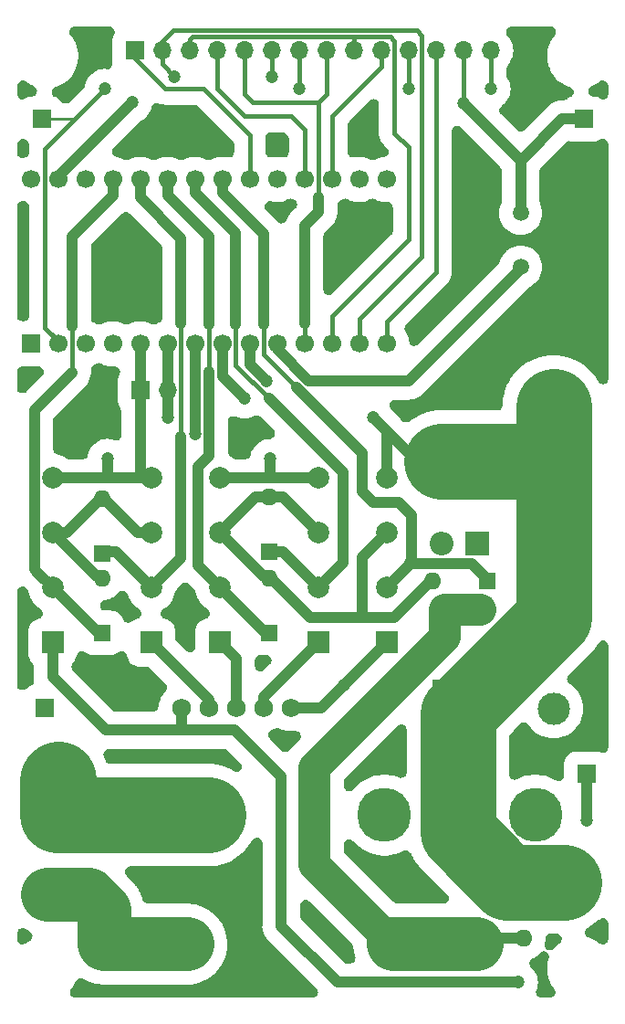
<source format=gbr>
%TF.GenerationSoftware,KiCad,Pcbnew,(7.0.0)*%
%TF.CreationDate,2023-03-22T18:36:37-05:00*%
%TF.ProjectId,Bluetooth Multimeter,426c7565-746f-46f7-9468-204d756c7469,rev?*%
%TF.SameCoordinates,Original*%
%TF.FileFunction,Copper,L2,Bot*%
%TF.FilePolarity,Positive*%
%FSLAX46Y46*%
G04 Gerber Fmt 4.6, Leading zero omitted, Abs format (unit mm)*
G04 Created by KiCad (PCBNEW (7.0.0)) date 2023-03-22 18:36:37*
%MOMM*%
%LPD*%
G01*
G04 APERTURE LIST*
%TA.AperFunction,ComponentPad*%
%ADD10O,1.600000X1.600000*%
%TD*%
%TA.AperFunction,ComponentPad*%
%ADD11R,1.600000X1.600000*%
%TD*%
%TA.AperFunction,ComponentPad*%
%ADD12C,4.000000*%
%TD*%
%TA.AperFunction,ComponentPad*%
%ADD13R,2.000000X2.000000*%
%TD*%
%TA.AperFunction,ComponentPad*%
%ADD14C,2.000000*%
%TD*%
%TA.AperFunction,ComponentPad*%
%ADD15R,1.700000X1.700000*%
%TD*%
%TA.AperFunction,ComponentPad*%
%ADD16R,2.200000X2.200000*%
%TD*%
%TA.AperFunction,ComponentPad*%
%ADD17O,2.200000X2.200000*%
%TD*%
%TA.AperFunction,ComponentPad*%
%ADD18C,1.600000*%
%TD*%
%TA.AperFunction,ComponentPad*%
%ADD19C,3.000000*%
%TD*%
%TA.AperFunction,ComponentPad*%
%ADD20C,1.700000*%
%TD*%
%TA.AperFunction,ComponentPad*%
%ADD21C,5.000000*%
%TD*%
%TA.AperFunction,ComponentPad*%
%ADD22O,1.700000X1.700000*%
%TD*%
%TA.AperFunction,ComponentPad*%
%ADD23R,1.750000X1.750000*%
%TD*%
%TA.AperFunction,ComponentPad*%
%ADD24C,1.750000*%
%TD*%
%TA.AperFunction,ComponentPad*%
%ADD25C,1.500000*%
%TD*%
%TA.AperFunction,ViaPad*%
%ADD26C,1.200000*%
%TD*%
%TA.AperFunction,Conductor*%
%ADD27C,3.000000*%
%TD*%
%TA.AperFunction,Conductor*%
%ADD28C,1.000000*%
%TD*%
%TA.AperFunction,Conductor*%
%ADD29C,0.400000*%
%TD*%
%TA.AperFunction,Conductor*%
%ADD30C,5.000000*%
%TD*%
%TA.AperFunction,Conductor*%
%ADD31C,7.000000*%
%TD*%
%TA.AperFunction,Conductor*%
%ADD32C,0.250000*%
%TD*%
G04 APERTURE END LIST*
D10*
%TO.P,D9,2,A*%
%TO.N,GND*%
X158986999Y-104774999D03*
D11*
%TO.P,D9,1,K*%
%TO.N,/V{slash}Ohm Control*%
X164066999Y-104774999D03*
%TD*%
%TO.P,D8,1,K*%
%TO.N,/UH Range Control*%
X143763999Y-102090999D03*
D10*
%TO.P,D8,2,A*%
%TO.N,GND*%
X143763999Y-97010999D03*
%TD*%
D11*
%TO.P,D7,1,K*%
%TO.N,/High Range Control*%
X143763999Y-109583999D03*
D10*
%TO.P,D7,2,A*%
%TO.N,GND*%
X143763999Y-104503999D03*
%TD*%
%TO.P,D6,2,A*%
%TO.N,GND*%
X128269999Y-97137999D03*
D11*
%TO.P,D6,1,K*%
%TO.N,/Med Range Control*%
X128269999Y-102217999D03*
%TD*%
%TO.P,D5,1,K*%
%TO.N,/Low Range Control*%
X128269999Y-109583999D03*
D10*
%TO.P,D5,2,A*%
%TO.N,GND*%
X128269999Y-104503999D03*
%TD*%
D12*
%TO.P,F1,4*%
%TO.N,/mA ADC In*%
X163044000Y-138430000D03*
%TO.P,F1,3*%
X155344000Y-138430000D03*
%TO.P,F1,2*%
%TO.N,/mA In*%
X136144000Y-138430000D03*
%TO.P,F1,1*%
X128444000Y-138430000D03*
%TD*%
D13*
%TO.P,K3,1,COM*%
%TO.N,Net-(K3-COM)*%
X139191999Y-110489999D03*
D14*
%TO.P,K3,3,K*%
%TO.N,/High Range Control*%
X139192000Y-105410000D03*
%TO.P,K3,5,A*%
%TO.N,GND*%
X139192000Y-100330000D03*
%TO.P,K3,7,NO*%
%TO.N,/V{slash}Ohm ADC In*%
X139192000Y-95250000D03*
%TD*%
D15*
%TO.P,J4,1,Pin_1*%
%TO.N,/A In*%
X123189999Y-121157999D03*
%TD*%
D16*
%TO.P,D2,1,K*%
%TO.N,/mA ADC In*%
X163321999Y-107441999D03*
D17*
%TO.P,D2,2,A*%
%TO.N,/Input Common*%
X163321999Y-115061999D03*
%TD*%
D15*
%TO.P,J7,1,Pin_1*%
%TO.N,GND*%
X172973999Y-61975999D03*
%TD*%
D13*
%TO.P,K5,1,COM*%
%TO.N,/Ohm Vout*%
X154685999Y-110489999D03*
D14*
%TO.P,K5,3,K*%
%TO.N,/V{slash}Ohm Control*%
X154686000Y-105410000D03*
%TO.P,K5,5,A*%
%TO.N,GND*%
X154686000Y-100330000D03*
%TO.P,K5,7,NO*%
%TO.N,/Input Common*%
X154686000Y-95250000D03*
%TD*%
D16*
%TO.P,D1,1,K*%
%TO.N,/Input Common*%
X160019999Y-115061999D03*
D17*
%TO.P,D1,2,A*%
%TO.N,/mA ADC In*%
X160019999Y-107441999D03*
%TD*%
D15*
%TO.P,J3,1,Pin_1*%
%TO.N,/mA In*%
X123189999Y-133857999D03*
%TD*%
D18*
%TO.P,R1,1*%
%TO.N,/Input Common*%
X167386000Y-135353000D03*
D10*
%TO.P,R1,2*%
%TO.N,/mA ADC In*%
X167385999Y-137892999D03*
%TD*%
D19*
%TO.P,R2,1*%
%TO.N,/A ADC In*%
X170180000Y-116616000D03*
%TO.P,R2,2*%
%TO.N,/Input Common*%
X170180000Y-88616000D03*
%TD*%
D20*
%TO.P,F2,4*%
%TO.N,/A ADC In*%
X168476000Y-127508000D03*
D21*
X168476000Y-126492000D03*
D20*
X168476000Y-125476000D03*
%TO.P,F2,3*%
X154480600Y-127508000D03*
D21*
X154480600Y-126492000D03*
D20*
X154480600Y-125476000D03*
%TO.P,F2,2*%
%TO.N,/A In*%
X138176000Y-127508000D03*
D21*
X138176000Y-126492000D03*
D20*
X138176000Y-125476000D03*
%TO.P,F2,1*%
X124180600Y-127508000D03*
D21*
X124180600Y-126492000D03*
D20*
X124180600Y-125476000D03*
%TD*%
D15*
%TO.P,J1,1,Pin_1*%
%TO.N,/V{slash}Ohm In*%
X173227999Y-122681999D03*
%TD*%
%TO.P,J2,1,Pin_1*%
%TO.N,/Input Common*%
X172719999Y-133857999D03*
%TD*%
%TO.P,J6,1,Pin_1*%
%TO.N,+3.3V*%
X122681999Y-61975999D03*
%TD*%
D13*
%TO.P,K1,1,COM*%
%TO.N,/V{slash}Ohm In*%
X123697999Y-110489999D03*
D14*
%TO.P,K1,3,K*%
%TO.N,/Low Range Control*%
X123698000Y-105410000D03*
%TO.P,K1,5,A*%
%TO.N,GND*%
X123698000Y-100330000D03*
%TO.P,K1,7,NO*%
%TO.N,/V{slash}Ohm ADC In*%
X123698000Y-95250000D03*
%TD*%
D15*
%TO.P,J5,1,Pin_1*%
%TO.N,/V{slash}Ohm ADC In*%
X131820999Y-87121999D03*
D22*
%TO.P,J5,2,Pin_2*%
%TO.N,/Input Common*%
X134360999Y-87121999D03*
%TD*%
D15*
%TO.P,DS1,1,T_IRQ*%
%TO.N,/TOUCH IRQ*%
X131317999Y-55625999D03*
D22*
%TO.P,DS1,2,T_DO(MISO)*%
%TO.N,/MISO*%
X133857999Y-55625999D03*
%TO.P,DS1,3,T_DIN(MOSI)*%
%TO.N,/MOSI*%
X136397999Y-55625999D03*
%TO.P,DS1,4,T_CS*%
%TO.N,/TOUCH CS*%
X138937999Y-55625999D03*
%TO.P,DS1,5,T_CLK(SCK)*%
%TO.N,/SCK*%
X141477999Y-55625999D03*
%TO.P,DS1,6,SDO(MISO)*%
%TO.N,/MISO*%
X144017999Y-55625999D03*
%TO.P,DS1,7,LED*%
%TO.N,+3.3V*%
X146557999Y-55625999D03*
%TO.P,DS1,8,SCK*%
%TO.N,/SCK*%
X149097999Y-55625999D03*
%TO.P,DS1,9,SDI(MOSI)*%
%TO.N,/MOSI*%
X151637999Y-55625999D03*
%TO.P,DS1,10,DC*%
%TO.N,/TFT DC*%
X154177999Y-55625999D03*
%TO.P,DS1,11,RESET*%
%TO.N,+3.3V*%
X156717999Y-55625999D03*
%TO.P,DS1,12,CS*%
%TO.N,/TFT CS*%
X159257999Y-55625999D03*
%TO.P,DS1,13,GND*%
%TO.N,GND*%
X161797999Y-55625999D03*
%TO.P,DS1,14,VCC*%
%TO.N,+3.3V*%
X164337999Y-55625999D03*
%TD*%
D23*
%TO.P,RN1,1,9M*%
%TO.N,unconnected-(RN1-9M-Pad1)*%
X122935999Y-116585999D03*
D24*
%TO.P,RN1,2,900k*%
%TO.N,/V{slash}Ohm In*%
X135636000Y-116586000D03*
%TO.P,RN1,3,90k*%
%TO.N,Net-(K2-COM)*%
X138176000Y-116586000D03*
%TO.P,RN1,4,9k*%
%TO.N,Net-(K3-COM)*%
X140716000Y-116586000D03*
%TO.P,RN1,5,1k*%
%TO.N,Net-(K4-COM)*%
X143256000Y-116586000D03*
%TO.P,RN1,6,COM*%
%TO.N,/Ohm Vout*%
X145796000Y-116586000D03*
%TD*%
D16*
%TO.P,D4,1,K*%
%TO.N,/A ADC In*%
X163067999Y-101345999D03*
D17*
%TO.P,D4,2,A*%
%TO.N,/Input Common*%
X163067999Y-93725999D03*
%TD*%
D25*
%TO.P,LS1,1*%
%TO.N,/Speaker Control*%
X167132000Y-75692000D03*
%TO.P,LS1,2*%
%TO.N,GND*%
X167132000Y-70692000D03*
%TD*%
D15*
%TO.P,U1,1,Reset*%
%TO.N,unconnected-(U1-Reset-Pad1)*%
X121665999Y-82803999D03*
D20*
%TO.P,U1,2,3.3V*%
%TO.N,+3.3V*%
X124206000Y-82804000D03*
%TO.P,U1,3,Enable*%
%TO.N,unconnected-(U1-Enable-Pad3)*%
X126746000Y-82804000D03*
%TO.P,U1,4,VHI*%
%TO.N,unconnected-(U1-VHI-Pad4)*%
X129286000Y-82804000D03*
%TO.P,U1,5,A0/14*%
%TO.N,/V{slash}Ohm ADC In*%
X131826000Y-82804000D03*
%TO.P,U1,6,A1/15*%
%TO.N,/Input Common*%
X134366000Y-82804000D03*
%TO.P,U1,7,A2/16*%
%TO.N,/Ohm Vout*%
X136906000Y-82804000D03*
%TO.P,U1,8,A3/17*%
%TO.N,/mA ADC In*%
X139446000Y-82804000D03*
%TO.P,U1,9,A4/18*%
%TO.N,/A ADC In*%
X141986000Y-82804000D03*
%TO.P,U1,10,A5/19*%
%TO.N,/Speaker Control*%
X144526000Y-82804000D03*
%TO.P,U1,11,SCK/25*%
%TO.N,/SCK*%
X147066000Y-82804000D03*
%TO.P,U1,12,MOSI/24*%
%TO.N,/MOSI*%
X149606000Y-82804000D03*
%TO.P,U1,13,MISO/23*%
%TO.N,/MISO*%
X152146000Y-82804000D03*
%TO.P,U1,14,D2/2*%
%TO.N,/TFT CS*%
X154686000Y-82804000D03*
%TO.P,U1,15,RX/0*%
%TO.N,unconnected-(U1-RX{slash}0-Pad15)*%
X154686000Y-67564000D03*
%TO.P,U1,16,TX/1*%
%TO.N,unconnected-(U1-TX{slash}1-Pad16)*%
X152146000Y-67564000D03*
%TO.P,U1,17,SDA/21*%
%TO.N,/TFT DC*%
X149606000Y-67564000D03*
%TO.P,U1,18,SCL/22*%
%TO.N,/TOUCH CS*%
X147066000Y-67564000D03*
%TO.P,U1,19,D5/5!*%
%TO.N,unconnected-(U1-D5{slash}5!-Pad19)*%
X144526000Y-67564000D03*
%TO.P,U1,20,D7/7*%
%TO.N,/TOUCH IRQ*%
X141986000Y-67564000D03*
%TO.P,U1,21,D9/9*%
%TO.N,/V{slash}Ohm Control*%
X139446000Y-67564000D03*
%TO.P,U1,22,D10/10*%
%TO.N,/UH Range Control*%
X136906000Y-67564000D03*
%TO.P,U1,23,D11/11*%
%TO.N,/High Range Control*%
X134366000Y-67564000D03*
%TO.P,U1,24,D12/12*%
%TO.N,/Med Range Control*%
X131826000Y-67564000D03*
%TO.P,U1,25,D13/13*%
%TO.N,/Low Range Control*%
X129286000Y-67564000D03*
%TO.P,U1,26,VBUS*%
%TO.N,unconnected-(U1-VBUS-Pad26)*%
X126746000Y-67564000D03*
%TO.P,U1,27,GND*%
%TO.N,GND*%
X124206000Y-67564000D03*
%TO.P,U1,28,VBAT*%
%TO.N,unconnected-(U1-VBAT-Pad28)*%
X121666000Y-67564000D03*
%TD*%
D13*
%TO.P,K2,1,COM*%
%TO.N,Net-(K2-COM)*%
X132841999Y-110489999D03*
D14*
%TO.P,K2,3,K*%
%TO.N,/Med Range Control*%
X132842000Y-105410000D03*
%TO.P,K2,5,A*%
%TO.N,GND*%
X132842000Y-100330000D03*
%TO.P,K2,7,NO*%
%TO.N,/V{slash}Ohm ADC In*%
X132842000Y-95250000D03*
%TD*%
D13*
%TO.P,K4,1,COM*%
%TO.N,Net-(K4-COM)*%
X148335999Y-110489999D03*
D14*
%TO.P,K4,3,K*%
%TO.N,/UH Range Control*%
X148336000Y-105410000D03*
%TO.P,K4,5,A*%
%TO.N,GND*%
X148336000Y-100330000D03*
%TO.P,K4,7,NO*%
%TO.N,/V{slash}Ohm ADC In*%
X148336000Y-95250000D03*
%TD*%
D16*
%TO.P,D3,1,K*%
%TO.N,/Input Common*%
X159765999Y-93725999D03*
D17*
%TO.P,D3,2,A*%
%TO.N,/A ADC In*%
X159765999Y-101345999D03*
%TD*%
D26*
%TO.N,/MISO*%
X135001000Y-58039000D03*
X144018000Y-58039000D03*
%TO.N,/Ohm Vout*%
X136906000Y-91142299D03*
%TO.N,/V{slash}Ohm ADC In*%
X128778000Y-93472000D03*
X143891000Y-93472000D03*
%TO.N,/V{slash}Ohm In*%
X166878000Y-141986000D03*
X173228000Y-127000000D03*
%TO.N,+3.3V*%
X156718000Y-59182000D03*
X146558000Y-59182000D03*
X164338000Y-59182000D03*
X128524000Y-59182000D03*
%TO.N,GND*%
X161798000Y-60492000D03*
X131064000Y-60452000D03*
%TO.N,/Input Common*%
X134361000Y-89657000D03*
X153416000Y-89662000D03*
%TO.N,/mA ADC In*%
X141478000Y-87884000D03*
%TO.N,/A ADC In*%
X143518254Y-86224746D03*
%TO.N,/Ohm Vout*%
X150749000Y-114427000D03*
%TD*%
D27*
%TO.N,/mA ADC In*%
X147955000Y-131041000D02*
X155344000Y-138430000D01*
X147955000Y-122047000D02*
X147955000Y-131041000D01*
X160020000Y-109982000D02*
X147955000Y-122047000D01*
X160020000Y-107442000D02*
X160020000Y-109982000D01*
D28*
%TO.N,/V{slash}Ohm In*%
X150114000Y-141986000D02*
X166878000Y-141986000D01*
X144907000Y-136779000D02*
X150114000Y-141986000D01*
X144907000Y-122936000D02*
X144907000Y-136779000D01*
X123698000Y-113695000D02*
X128621000Y-118618000D01*
X123698000Y-110490000D02*
X123698000Y-113695000D01*
X128621000Y-118618000D02*
X140589000Y-118618000D01*
X140589000Y-118618000D02*
X144907000Y-122936000D01*
D27*
%TO.N,/mA ADC In*%
X163322000Y-107442000D02*
X160020000Y-107442000D01*
D28*
%TO.N,/V{slash}Ohm Control*%
X152400000Y-92964000D02*
X146304000Y-86868000D01*
X155829000Y-97536000D02*
X153416000Y-97536000D01*
X152400000Y-96520000D02*
X152400000Y-92964000D01*
X156972000Y-103124000D02*
X156972000Y-98679000D01*
X156972000Y-98679000D02*
X155829000Y-97536000D01*
X153416000Y-97536000D02*
X152400000Y-96520000D01*
X156464000Y-103632000D02*
X156972000Y-103124000D01*
%TO.N,/Low Range Control*%
X125496000Y-72878000D02*
X125496000Y-81153000D01*
D29*
X125496000Y-85465884D02*
X125496000Y-81153000D01*
D28*
X129286000Y-69088000D02*
X125496000Y-72878000D01*
X129286000Y-67564000D02*
X129286000Y-69088000D01*
%TO.N,/Speaker Control*%
X167132000Y-75819000D02*
X167132000Y-75692000D01*
X156718000Y-86233000D02*
X167132000Y-75819000D01*
X147447000Y-86233000D02*
X156718000Y-86233000D01*
X144526000Y-83312000D02*
X147447000Y-86233000D01*
X144526000Y-82550000D02*
X144526000Y-83312000D01*
D29*
%TO.N,/Input Common*%
X153416000Y-89662000D02*
X154686000Y-90932000D01*
D28*
X153416000Y-89662000D02*
X157480000Y-93726000D01*
%TO.N,/mA ADC In*%
X139446000Y-85852000D02*
X141478000Y-87884000D01*
%TO.N,/Input Common*%
X134361000Y-89657000D02*
X134361000Y-87122000D01*
%TO.N,/High Range Control*%
X137160000Y-103378000D02*
X137160000Y-94234000D01*
X139192000Y-105410000D02*
X137160000Y-103378000D01*
X137160000Y-94234000D02*
X138206000Y-93188000D01*
X138206000Y-93188000D02*
X138206000Y-85374000D01*
%TO.N,/Ohm Vout*%
X136906000Y-82804000D02*
X136906000Y-91142299D01*
%TO.N,/A ADC In*%
X141986000Y-84692492D02*
X143518254Y-86224746D01*
X141986000Y-82804000D02*
X141986000Y-84692492D01*
%TO.N,/mA ADC In*%
X139446000Y-82804000D02*
X139446000Y-85852000D01*
D29*
%TO.N,/SCK*%
X148336000Y-60452000D02*
X149098000Y-59690000D01*
X149098000Y-59690000D02*
X149098000Y-56388000D01*
X148356000Y-64135000D02*
X148336000Y-64115000D01*
X148336000Y-64115000D02*
X148336000Y-60452000D01*
%TO.N,/TOUCH IRQ*%
X134112000Y-59182000D02*
X137668000Y-59182000D01*
X137668000Y-59182000D02*
X141986000Y-63500000D01*
X131318000Y-56388000D02*
X134112000Y-59182000D01*
X141986000Y-63500000D02*
X141986000Y-67310000D01*
%TO.N,/TFT DC*%
X154178000Y-57150000D02*
X154178000Y-56388000D01*
X149606000Y-61722000D02*
X154178000Y-57150000D01*
X149606000Y-67310000D02*
X149606000Y-61722000D01*
%TO.N,/TOUCH CS*%
X138938000Y-59182000D02*
X138938000Y-55626000D01*
X141478000Y-61722000D02*
X138938000Y-59182000D01*
X145796000Y-61722000D02*
X141478000Y-61722000D01*
X147066000Y-62992000D02*
X145796000Y-61722000D01*
X147066000Y-67564000D02*
X147066000Y-62992000D01*
%TO.N,/SCK*%
X142240000Y-60452000D02*
X148209000Y-60452000D01*
X141478000Y-59690000D02*
X142240000Y-60452000D01*
X148209000Y-60452000D02*
X148356000Y-60599000D01*
X148356000Y-60599000D02*
X148356000Y-64135000D01*
X141478000Y-56388000D02*
X141478000Y-59690000D01*
D28*
%TO.N,GND*%
X172974000Y-61976000D02*
X171958000Y-61976000D01*
X167132000Y-65826000D02*
X170982000Y-61976000D01*
X170982000Y-61976000D02*
X171958000Y-61976000D01*
X167132000Y-65826000D02*
X161798000Y-60492000D01*
X167132000Y-70692000D02*
X167132000Y-65826000D01*
%TO.N,/V{slash}Ohm Control*%
X156867000Y-103146000D02*
X162565000Y-103146000D01*
X156845000Y-103124000D02*
X156867000Y-103146000D01*
X162565000Y-103146000D02*
X164067000Y-104648000D01*
D29*
X156845000Y-103124000D02*
X156464000Y-103124000D01*
D28*
%TO.N,/Med Range Control*%
X135616000Y-73005000D02*
X135616000Y-80899000D01*
D29*
X135616000Y-91440000D02*
X135616000Y-80899000D01*
D28*
X131826000Y-69215000D02*
X135616000Y-73005000D01*
X131826000Y-67564000D02*
X131826000Y-69215000D01*
%TO.N,GND*%
X124206000Y-67310000D02*
X131064000Y-60452000D01*
X124206000Y-67564000D02*
X124206000Y-67310000D01*
D29*
X161798000Y-60492000D02*
X161798000Y-56388000D01*
%TO.N,/MISO*%
X133858000Y-56896000D02*
X133858000Y-55626000D01*
X135001000Y-58039000D02*
X133858000Y-56896000D01*
X144018000Y-55626000D02*
X144018000Y-58039000D01*
%TO.N,/SCK*%
X148356000Y-64135000D02*
X148356000Y-69215000D01*
D28*
X148356000Y-70592000D02*
X148356000Y-69215000D01*
X147066000Y-80899000D02*
X147066000Y-71882000D01*
D29*
X147066000Y-80899000D02*
X147066000Y-82550000D01*
D28*
X147066000Y-71882000D02*
X148356000Y-70592000D01*
%TO.N,/High Range Control*%
X138176000Y-80518000D02*
X138176000Y-81026000D01*
D29*
X138176000Y-85344000D02*
X138176000Y-81026000D01*
%TO.N,/V{slash}Ohm Control*%
X143256000Y-83820000D02*
X143256000Y-81026000D01*
D28*
X143256000Y-72644000D02*
X143256000Y-81026000D01*
X139446000Y-68834000D02*
X143256000Y-72644000D01*
X139446000Y-67564000D02*
X139446000Y-68834000D01*
%TO.N,/UH Range Control*%
X136906000Y-68766081D02*
X136906000Y-67564000D01*
X140696000Y-72556081D02*
X136906000Y-68766081D01*
X140696000Y-81026000D02*
X140696000Y-72556081D01*
D29*
X140696000Y-81026000D02*
X140696000Y-72878000D01*
X140696000Y-84816000D02*
X140696000Y-81026000D01*
D28*
X145288000Y-89408000D02*
X143764000Y-87884000D01*
D29*
X143764000Y-87884000D02*
X140696000Y-84816000D01*
%TO.N,/A ADC In*%
X141986000Y-84692492D02*
X141986000Y-82550000D01*
%TO.N,/mA ADC In*%
X139446000Y-85852000D02*
X139446000Y-82550000D01*
D28*
%TO.N,/V{slash}Ohm ADC In*%
X143891000Y-95250000D02*
X143891000Y-93472000D01*
X128778000Y-93472000D02*
X128778000Y-95250000D01*
X143891000Y-95250000D02*
X148336000Y-95250000D01*
X131826000Y-95250000D02*
X128778000Y-95250000D01*
X140970000Y-95250000D02*
X143891000Y-95250000D01*
X128778000Y-95250000D02*
X123698000Y-95250000D01*
X139192000Y-95250000D02*
X140970000Y-95250000D01*
X131821000Y-91186000D02*
X131821000Y-87122000D01*
X131821000Y-91186000D02*
X131821000Y-95245000D01*
X131821000Y-95245000D02*
X131826000Y-95250000D01*
%TO.N,/Input Common*%
X154686000Y-95250000D02*
X154686000Y-90932000D01*
X134361000Y-87122000D02*
X134361000Y-82809000D01*
X134361000Y-82809000D02*
X134366000Y-82804000D01*
%TO.N,/Low Range Control*%
X121998000Y-88963884D02*
X125496000Y-85465884D01*
X121998000Y-103710000D02*
X121998000Y-88963884D01*
X122298000Y-104010000D02*
X121998000Y-103710000D01*
X123698000Y-105410000D02*
X122298000Y-104010000D01*
X127762000Y-109474000D02*
X123698000Y-105410000D01*
X128270000Y-109474000D02*
X127762000Y-109474000D01*
%TO.N,GND*%
X127762000Y-104394000D02*
X123698000Y-100330000D01*
X128270000Y-104394000D02*
X127762000Y-104394000D01*
X132842000Y-100330000D02*
X131826000Y-100330000D01*
X131572000Y-100330000D02*
X131826000Y-100330000D01*
X128270000Y-97028000D02*
X131572000Y-100330000D01*
X124968000Y-100330000D02*
X128270000Y-97028000D01*
X123698000Y-100330000D02*
X124968000Y-100330000D01*
%TO.N,/Med Range Control*%
X135616000Y-102636000D02*
X135616000Y-91440000D01*
X132842000Y-105410000D02*
X135616000Y-102636000D01*
X128270000Y-102108000D02*
X129540000Y-102108000D01*
X132842000Y-105410000D02*
X129540000Y-102108000D01*
D29*
%TO.N,/V{slash}Ohm Control*%
X146304000Y-86868000D02*
X143256000Y-83820000D01*
D28*
X154686000Y-105410000D02*
X156464000Y-103632000D01*
D29*
X139446000Y-68834000D02*
X139446000Y-67310000D01*
D28*
%TO.N,/UH Range Control*%
X150622000Y-94742000D02*
X145288000Y-89408000D01*
X148336000Y-105410000D02*
X150622000Y-103124000D01*
X150622000Y-103124000D02*
X150622000Y-94742000D01*
%TO.N,/V{slash}Ohm ADC In*%
X131821000Y-87122000D02*
X131821000Y-82809000D01*
X131821000Y-82809000D02*
X131826000Y-82804000D01*
X132842000Y-95250000D02*
X131826000Y-95250000D01*
%TO.N,/High Range Control*%
X138176000Y-72898000D02*
X138176000Y-80518000D01*
X134366000Y-67564000D02*
X134366000Y-69088000D01*
X134366000Y-69088000D02*
X138176000Y-72898000D01*
X143256000Y-109474000D02*
X139192000Y-105410000D01*
X143764000Y-109474000D02*
X143256000Y-109474000D01*
%TO.N,GND*%
X145034000Y-97028000D02*
X143764000Y-97028000D01*
X148336000Y-100330000D02*
X145034000Y-97028000D01*
X142494000Y-97028000D02*
X139192000Y-100330000D01*
X143764000Y-97028000D02*
X142494000Y-97028000D01*
%TO.N,/UH Range Control*%
X144526000Y-102108000D02*
X143764000Y-102108000D01*
X145034000Y-102108000D02*
X144526000Y-102108000D01*
X148336000Y-105410000D02*
X145034000Y-102108000D01*
%TO.N,GND*%
X152400000Y-102616000D02*
X154686000Y-100330000D01*
X152400000Y-108204000D02*
X152400000Y-102616000D01*
X155431000Y-108204000D02*
X158987000Y-104648000D01*
X147574000Y-108204000D02*
X155431000Y-108204000D01*
X143764000Y-104394000D02*
X147574000Y-108204000D01*
X139192000Y-100330000D02*
X143256000Y-104394000D01*
X143256000Y-104394000D02*
X143764000Y-104394000D01*
%TO.N,/Ohm Vout*%
X148590000Y-116586000D02*
X154686000Y-110490000D01*
X145796000Y-116586000D02*
X148590000Y-116586000D01*
%TO.N,Net-(K4-COM)*%
X143256000Y-115570000D02*
X148336000Y-110490000D01*
X143256000Y-116586000D02*
X143256000Y-115570000D01*
%TO.N,Net-(K3-COM)*%
X140716000Y-112014000D02*
X139192000Y-110490000D01*
X140716000Y-116586000D02*
X140716000Y-112014000D01*
%TO.N,Net-(K2-COM)*%
X138176000Y-115824000D02*
X132842000Y-110490000D01*
X138176000Y-116586000D02*
X138176000Y-115824000D01*
%TO.N,/V{slash}Ohm In*%
X135636000Y-118618000D02*
X135636000Y-116586000D01*
X173228000Y-127000000D02*
X173228000Y-122682000D01*
D30*
%TO.N,/mA ADC In*%
X155344000Y-138430000D02*
X163044000Y-138430000D01*
%TO.N,/mA In*%
X128444000Y-138430000D02*
X136144000Y-138430000D01*
X128444000Y-135302000D02*
X128444000Y-138430000D01*
X127000000Y-133858000D02*
X128444000Y-135302000D01*
X123190000Y-133858000D02*
X127000000Y-133858000D01*
D31*
%TO.N,/Input Common*%
X159766000Y-93726000D02*
X170180000Y-93726000D01*
X170180000Y-93726000D02*
X170180000Y-108204000D01*
X170180000Y-88616000D02*
X170180000Y-93726000D01*
%TO.N,/A In*%
X124180600Y-126492000D02*
X138086000Y-126492000D01*
%TO.N,/Input Common*%
X165907875Y-132692000D02*
X171160000Y-132692000D01*
X161290000Y-117094000D02*
X161290000Y-128074125D01*
X161290000Y-128074125D02*
X165907875Y-132692000D01*
X163322000Y-115062000D02*
X161290000Y-117094000D01*
D28*
%TO.N,/mA ADC In*%
X163269000Y-137893000D02*
X163044000Y-137668000D01*
X167386000Y-137893000D02*
X163269000Y-137893000D01*
D31*
%TO.N,/A In*%
X124180600Y-123215400D02*
X124206000Y-123190000D01*
X124180600Y-126492000D02*
X124180600Y-123215400D01*
%TO.N,/Input Common*%
X170180000Y-108204000D02*
X163322000Y-115062000D01*
D32*
%TO.N,+3.3V*%
X122682000Y-61976000D02*
X125730000Y-61976000D01*
D29*
X122956000Y-81300000D02*
X124206000Y-82550000D01*
X156718000Y-56388000D02*
X156718000Y-59182000D01*
X128524000Y-59182000D02*
X125730000Y-61976000D01*
X122956000Y-64750000D02*
X122956000Y-81300000D01*
X146558000Y-56388000D02*
X146558000Y-59182000D01*
X164338000Y-56388000D02*
X164338000Y-59182000D01*
X125730000Y-61976000D02*
X122956000Y-64750000D01*
%TO.N,GND*%
X128270000Y-96774000D02*
X131826000Y-100330000D01*
%TO.N,/Input Common*%
X154686000Y-90932000D02*
X157480000Y-93726000D01*
X134361000Y-87122000D02*
X134361000Y-82555000D01*
X157480000Y-93726000D02*
X159766000Y-93726000D01*
%TO.N,/MISO*%
X134874000Y-53721000D02*
X133858000Y-54737000D01*
X157480000Y-53721000D02*
X134874000Y-53721000D01*
X152146000Y-80518000D02*
X157968000Y-74696000D01*
X133858000Y-54737000D02*
X133858000Y-55626000D01*
X157968000Y-54209000D02*
X157480000Y-53721000D01*
X152146000Y-82550000D02*
X152146000Y-80518000D01*
X157968000Y-74696000D02*
X157968000Y-54209000D01*
%TO.N,/MOSI*%
X151638000Y-54321000D02*
X155032000Y-54321000D01*
X155032000Y-54321000D02*
X155428000Y-54717000D01*
X151638000Y-55626000D02*
X151638000Y-54321000D01*
X156718000Y-73152000D02*
X149606000Y-80264000D01*
X136398000Y-55626000D02*
X136398000Y-54610000D01*
X136398000Y-54610000D02*
X136687000Y-54321000D01*
X155428000Y-63266000D02*
X156718000Y-64556000D01*
X149606000Y-80264000D02*
X149606000Y-82550000D01*
X136687000Y-54321000D02*
X151638000Y-54321000D01*
X156718000Y-64556000D02*
X156718000Y-73152000D01*
X155428000Y-54717000D02*
X155428000Y-63266000D01*
%TO.N,/TFT CS*%
X159258000Y-76200000D02*
X154686000Y-80772000D01*
X154686000Y-80772000D02*
X154686000Y-82550000D01*
X159258000Y-56388000D02*
X159258000Y-76200000D01*
%TO.N,/V{slash}Ohm ADC In*%
X131821000Y-87122000D02*
X131821000Y-82555000D01*
%TO.N,/Low Range Control*%
X129286000Y-69088000D02*
X129286000Y-67310000D01*
%TO.N,/Med Range Control*%
X131826000Y-69215000D02*
X131826000Y-67310000D01*
%TO.N,/High Range Control*%
X134366000Y-69088000D02*
X134366000Y-67310000D01*
%TO.N,/UH Range Control*%
X140696000Y-72878000D02*
X136906000Y-69088000D01*
X136906000Y-69088000D02*
X136906000Y-67310000D01*
%TO.N,/V{slash}Ohm Control*%
X156464000Y-103632000D02*
X156464000Y-103124000D01*
%TD*%
%TA.AperFunction,NonConductor*%
G36*
X121072470Y-58416406D02*
G01*
X121192982Y-58482521D01*
X121411404Y-58645130D01*
X121714096Y-58819889D01*
X121754907Y-58837493D01*
X121944197Y-58919145D01*
X122059059Y-58988309D01*
X122151359Y-59085559D01*
X122214433Y-59203873D01*
X122243729Y-59334711D01*
X122237131Y-59468626D01*
X122195115Y-59595951D01*
X122120715Y-59707492D01*
X122019302Y-59795197D01*
X121898198Y-59852735D01*
X121768700Y-59875500D01*
X121767784Y-59875501D01*
X121758028Y-59876268D01*
X121758021Y-59876269D01*
X121656527Y-59884256D01*
X121656524Y-59884256D01*
X121635588Y-59885904D01*
X121615233Y-59891032D01*
X121615221Y-59891035D01*
X121439046Y-59935428D01*
X121439038Y-59935430D01*
X121417317Y-59940904D01*
X121396924Y-59950166D01*
X121396915Y-59950170D01*
X121232769Y-60024728D01*
X121232758Y-60024734D01*
X121212374Y-60033993D01*
X121193960Y-60046749D01*
X121193955Y-60046753D01*
X121179175Y-60056993D01*
X121058490Y-60118273D01*
X120925776Y-60144866D01*
X120790798Y-60134815D01*
X120663486Y-60088859D01*
X120553208Y-60010380D01*
X120468077Y-59905152D01*
X120414357Y-59780917D01*
X120396000Y-59646816D01*
X120396000Y-58882781D01*
X120414932Y-58746634D01*
X120470293Y-58620818D01*
X120557880Y-58514880D01*
X120671049Y-58436858D01*
X120801211Y-58392674D01*
X120938491Y-58385680D01*
X121072470Y-58416406D01*
G37*
%TD.AperFunction*%
%TA.AperFunction,NonConductor*%
G36*
X174854789Y-58392674D02*
G01*
X174984951Y-58436858D01*
X175098120Y-58514880D01*
X175185707Y-58620818D01*
X175241068Y-58746634D01*
X175260000Y-58882781D01*
X175260000Y-59646816D01*
X175241643Y-59780917D01*
X175187923Y-59905152D01*
X175102792Y-60010380D01*
X174992514Y-60088859D01*
X174865202Y-60134815D01*
X174730224Y-60144866D01*
X174597510Y-60118273D01*
X174476825Y-60056993D01*
X174462044Y-60046753D01*
X174462043Y-60046752D01*
X174443626Y-60033993D01*
X174423236Y-60024731D01*
X174423230Y-60024728D01*
X174259084Y-59950170D01*
X174259079Y-59950168D01*
X174238683Y-59940904D01*
X174216957Y-59935429D01*
X174216953Y-59935428D01*
X174040783Y-59891037D01*
X174040781Y-59891036D01*
X174020412Y-59885904D01*
X173999475Y-59884256D01*
X173999468Y-59884255D01*
X173897970Y-59876267D01*
X173897955Y-59876266D01*
X173888217Y-59875500D01*
X173887305Y-59875500D01*
X173757806Y-59852735D01*
X173636701Y-59795198D01*
X173535287Y-59707493D01*
X173460887Y-59595952D01*
X173418870Y-59468627D01*
X173412272Y-59334711D01*
X173441567Y-59203873D01*
X173504642Y-59085558D01*
X173596943Y-58988308D01*
X173711805Y-58919144D01*
X173901093Y-58837493D01*
X173941904Y-58819889D01*
X174244596Y-58645130D01*
X174463017Y-58482521D01*
X174583530Y-58416406D01*
X174717509Y-58385680D01*
X174854789Y-58392674D01*
G37*
%TD.AperFunction*%
%TA.AperFunction,NonConductor*%
G36*
X129085833Y-53405382D02*
G01*
X129205825Y-53454888D01*
X129308988Y-53533666D01*
X129388344Y-53636386D01*
X129438521Y-53756098D01*
X129456125Y-53884701D01*
X129439965Y-54013494D01*
X129391133Y-54133761D01*
X129388750Y-54137960D01*
X129375993Y-54156374D01*
X129366734Y-54176758D01*
X129366728Y-54176769D01*
X129292170Y-54340915D01*
X129292166Y-54340924D01*
X129282904Y-54361317D01*
X129277430Y-54383038D01*
X129277428Y-54383046D01*
X129243389Y-54518134D01*
X129227904Y-54579588D01*
X129226256Y-54600522D01*
X129226255Y-54600531D01*
X129218267Y-54702028D01*
X129218266Y-54702046D01*
X129217500Y-54711783D01*
X129217500Y-54721569D01*
X129217500Y-54721570D01*
X129217500Y-56530425D01*
X129217500Y-56530450D01*
X129217501Y-56540216D01*
X129227904Y-56672412D01*
X129233033Y-56692770D01*
X129233035Y-56692777D01*
X129240195Y-56721190D01*
X129255187Y-56854603D01*
X129234069Y-56987185D01*
X129178369Y-57109338D01*
X129092119Y-57212220D01*
X128981563Y-57288385D01*
X128854702Y-57332319D01*
X128720720Y-57340843D01*
X128541771Y-57328044D01*
X128541770Y-57328044D01*
X128524000Y-57326773D01*
X128506230Y-57328044D01*
X128277745Y-57344385D01*
X128277731Y-57344386D01*
X128259974Y-57345657D01*
X128242566Y-57349443D01*
X128242558Y-57349445D01*
X128018733Y-57398135D01*
X128018726Y-57398136D01*
X128001322Y-57401923D01*
X127984638Y-57408145D01*
X127984627Y-57408149D01*
X127770018Y-57488194D01*
X127770010Y-57488197D01*
X127753311Y-57494426D01*
X127737666Y-57502968D01*
X127737659Y-57502972D01*
X127536631Y-57612742D01*
X127536622Y-57612747D01*
X127520989Y-57621284D01*
X127506729Y-57631958D01*
X127506721Y-57631964D01*
X127323352Y-57769232D01*
X127323344Y-57769238D01*
X127309085Y-57779913D01*
X127296489Y-57792508D01*
X127296482Y-57792515D01*
X127134515Y-57954482D01*
X127134508Y-57954489D01*
X127121913Y-57967085D01*
X127111238Y-57981344D01*
X127111232Y-57981352D01*
X126973964Y-58164721D01*
X126973958Y-58164729D01*
X126963284Y-58178989D01*
X126954747Y-58194622D01*
X126954742Y-58194631D01*
X126844972Y-58395659D01*
X126844968Y-58395666D01*
X126836426Y-58411311D01*
X126830197Y-58428010D01*
X126830194Y-58428018D01*
X126750149Y-58642627D01*
X126750145Y-58642638D01*
X126743923Y-58659322D01*
X126740137Y-58676724D01*
X126740136Y-58676729D01*
X126705164Y-58837493D01*
X126655529Y-58970567D01*
X126570414Y-59084267D01*
X125261225Y-60393457D01*
X125162931Y-60469801D01*
X125048801Y-60519446D01*
X124925936Y-60539302D01*
X124801978Y-60528135D01*
X124684640Y-60486640D01*
X124581220Y-60417397D01*
X124525300Y-60355005D01*
X124522945Y-60356972D01*
X124508581Y-60339767D01*
X124495819Y-60321346D01*
X124336654Y-60162181D01*
X124318232Y-60149418D01*
X124170040Y-60046750D01*
X124170037Y-60046748D01*
X124151626Y-60033993D01*
X124131236Y-60024731D01*
X124131230Y-60024728D01*
X123967082Y-59950169D01*
X123967076Y-59950166D01*
X123946683Y-59940904D01*
X123939617Y-59939123D01*
X123824788Y-59879883D01*
X123723662Y-59784606D01*
X123652726Y-59665138D01*
X123617480Y-59530743D01*
X123620657Y-59391840D01*
X123662010Y-59259196D01*
X123738333Y-59143096D01*
X123843709Y-59052541D01*
X123969962Y-58994553D01*
X124090971Y-58958326D01*
X124411904Y-58819889D01*
X124714596Y-58645130D01*
X124994953Y-58436412D01*
X125249183Y-58196558D01*
X125473849Y-57928811D01*
X125665913Y-57636793D01*
X125822777Y-57324451D01*
X125942319Y-56996011D01*
X126022923Y-56655914D01*
X126063500Y-56308759D01*
X126063500Y-55959241D01*
X126022923Y-55612086D01*
X125942319Y-55271989D01*
X125822777Y-54943549D01*
X125665913Y-54631207D01*
X125473849Y-54339189D01*
X125363978Y-54208250D01*
X125289495Y-54088471D01*
X125251504Y-53952633D01*
X125253043Y-53811590D01*
X125293987Y-53676613D01*
X125371067Y-53558486D01*
X125478123Y-53466648D01*
X125606600Y-53408435D01*
X125746235Y-53388500D01*
X128957133Y-53388500D01*
X129085833Y-53405382D01*
G37*
%TD.AperFunction*%
%TA.AperFunction,NonConductor*%
G36*
X170049400Y-53408435D02*
G01*
X170177877Y-53466648D01*
X170284933Y-53558486D01*
X170362013Y-53676613D01*
X170402957Y-53811590D01*
X170404496Y-53952633D01*
X170366505Y-54088471D01*
X170292021Y-54208251D01*
X170191481Y-54328069D01*
X170191474Y-54328077D01*
X170182151Y-54339189D01*
X170174183Y-54351302D01*
X170174176Y-54351313D01*
X169998067Y-54619073D01*
X169998062Y-54619081D01*
X169990087Y-54631207D01*
X169983578Y-54644166D01*
X169983569Y-54644183D01*
X169848500Y-54913130D01*
X169833223Y-54943549D01*
X169828261Y-54957179D01*
X169828260Y-54957184D01*
X169718642Y-55258357D01*
X169718639Y-55258366D01*
X169713681Y-55271989D01*
X169710336Y-55286099D01*
X169710336Y-55286102D01*
X169636424Y-55597959D01*
X169636420Y-55597977D01*
X169633077Y-55612086D01*
X169631391Y-55626503D01*
X169631391Y-55626508D01*
X169594185Y-55944818D01*
X169594184Y-55944832D01*
X169592500Y-55959241D01*
X169592500Y-56308759D01*
X169594184Y-56323168D01*
X169594185Y-56323181D01*
X169631391Y-56641491D01*
X169633077Y-56655914D01*
X169636421Y-56670025D01*
X169636424Y-56670040D01*
X169680167Y-56854603D01*
X169713681Y-56996011D01*
X169718640Y-57009637D01*
X169718642Y-57009642D01*
X169769841Y-57150310D01*
X169833223Y-57324451D01*
X169872131Y-57401923D01*
X169983569Y-57623816D01*
X169983574Y-57623825D01*
X169990087Y-57636793D01*
X170182151Y-57928811D01*
X170406817Y-58196558D01*
X170661047Y-58436412D01*
X170941404Y-58645130D01*
X171244096Y-58819889D01*
X171565029Y-58958326D01*
X171630537Y-58977937D01*
X171686032Y-58994552D01*
X171812291Y-59052542D01*
X171917666Y-59143096D01*
X171993989Y-59259196D01*
X172035342Y-59391838D01*
X172038519Y-59530742D01*
X172003274Y-59665136D01*
X171932339Y-59784604D01*
X171831214Y-59879881D01*
X171716381Y-59939123D01*
X171709317Y-59940904D01*
X171688929Y-59950164D01*
X171688925Y-59950166D01*
X171524769Y-60024728D01*
X171524758Y-60024734D01*
X171504374Y-60033993D01*
X171485966Y-60046745D01*
X171485959Y-60046750D01*
X171356156Y-60136679D01*
X171268103Y-60185344D01*
X171172077Y-60215358D01*
X171071983Y-60225500D01*
X171024045Y-60225500D01*
X171005387Y-60225151D01*
X170935017Y-60222517D01*
X170935003Y-60222517D01*
X170916363Y-60221820D01*
X170897827Y-60223908D01*
X170897811Y-60223909D01*
X170827824Y-60231795D01*
X170809251Y-60233537D01*
X170738975Y-60238803D01*
X170738965Y-60238804D01*
X170720370Y-60240198D01*
X170702187Y-60244347D01*
X170688172Y-60246460D01*
X170674191Y-60249105D01*
X170655650Y-60251195D01*
X170569572Y-60274258D01*
X170551487Y-60278743D01*
X170534469Y-60282628D01*
X170482772Y-60294428D01*
X170482765Y-60294429D01*
X170464584Y-60298580D01*
X170447223Y-60305393D01*
X170433663Y-60309576D01*
X170420247Y-60314270D01*
X170402225Y-60319100D01*
X170385116Y-60326564D01*
X170385117Y-60326564D01*
X170320558Y-60354730D01*
X170303327Y-60361867D01*
X170237743Y-60387607D01*
X170237727Y-60387614D01*
X170220357Y-60394432D01*
X170204190Y-60403765D01*
X170191417Y-60409917D01*
X170178861Y-60416552D01*
X170161753Y-60424017D01*
X170145957Y-60433941D01*
X170145940Y-60433951D01*
X170086279Y-60471438D01*
X170070309Y-60481061D01*
X170009314Y-60516277D01*
X170009308Y-60516280D01*
X169993143Y-60525614D01*
X169978548Y-60537252D01*
X169966809Y-60545256D01*
X169955403Y-60553673D01*
X169939603Y-60563602D01*
X169925461Y-60575771D01*
X169925457Y-60575775D01*
X169902563Y-60595477D01*
X169872038Y-60621745D01*
X169857694Y-60633630D01*
X169802614Y-60677554D01*
X169802600Y-60677566D01*
X169788019Y-60689195D01*
X169775332Y-60702867D01*
X169775317Y-60702882D01*
X169727409Y-60754515D01*
X169714467Y-60767950D01*
X167484845Y-62997572D01*
X167381499Y-63076873D01*
X167261150Y-63126723D01*
X167131999Y-63143726D01*
X167002848Y-63126723D01*
X166882499Y-63076873D01*
X166779153Y-62997572D01*
X165280756Y-61499175D01*
X165203158Y-61398756D01*
X165153402Y-61282009D01*
X165134705Y-61156487D01*
X165148277Y-61030308D01*
X165193240Y-60911633D01*
X165266685Y-60808138D01*
X165342387Y-60744554D01*
X165341011Y-60742716D01*
X165398937Y-60699353D01*
X165552915Y-60584087D01*
X165740087Y-60396915D01*
X165898716Y-60185011D01*
X166025574Y-59952689D01*
X166118077Y-59704678D01*
X166174343Y-59446026D01*
X166193227Y-59182000D01*
X166174343Y-58917974D01*
X166118077Y-58659322D01*
X166025574Y-58411311D01*
X165898716Y-58178989D01*
X165888041Y-58164729D01*
X165888038Y-58164724D01*
X165888032Y-58164716D01*
X165888021Y-58164697D01*
X165878399Y-58149725D01*
X165878933Y-58149381D01*
X165833594Y-58072968D01*
X165799904Y-57971745D01*
X165788500Y-57865674D01*
X165788500Y-57347090D01*
X165804064Y-57223434D01*
X165849786Y-57107492D01*
X165922813Y-57006496D01*
X165940848Y-56987185D01*
X165971189Y-56954698D01*
X166136901Y-56719936D01*
X166269104Y-56464797D01*
X166365334Y-56194032D01*
X166423798Y-55912686D01*
X166443408Y-55626000D01*
X166423798Y-55339314D01*
X166365334Y-55057968D01*
X166269104Y-54787203D01*
X166136901Y-54532064D01*
X166091227Y-54467358D01*
X165981021Y-54311230D01*
X165981016Y-54311224D01*
X165971189Y-54297302D01*
X165906549Y-54228090D01*
X165831721Y-54123771D01*
X165785983Y-54003806D01*
X165772369Y-53876142D01*
X165791780Y-53749230D01*
X165842929Y-53631471D01*
X165922433Y-53530661D01*
X166025026Y-53453473D01*
X166143919Y-53405016D01*
X166271240Y-53388500D01*
X169909765Y-53388500D01*
X170049400Y-53408435D01*
G37*
%TD.AperFunction*%
%TA.AperFunction,NonConductor*%
G36*
X145117642Y-63189503D02*
G01*
X145237991Y-63239353D01*
X145341337Y-63318654D01*
X145469346Y-63446663D01*
X145548647Y-63550009D01*
X145598497Y-63670358D01*
X145615500Y-63799509D01*
X145615500Y-65029842D01*
X145598287Y-65159776D01*
X145547834Y-65280745D01*
X145467623Y-65384404D01*
X145363187Y-65463601D01*
X145241732Y-65512872D01*
X145111637Y-65528818D01*
X144981877Y-65510339D01*
X144970776Y-65507228D01*
X144970761Y-65507224D01*
X144954358Y-65502629D01*
X144937477Y-65500308D01*
X144937469Y-65500307D01*
X144686573Y-65465822D01*
X144686570Y-65465821D01*
X144669678Y-65463500D01*
X144382322Y-65463500D01*
X144365430Y-65465821D01*
X144365426Y-65465822D01*
X144114530Y-65500307D01*
X144114519Y-65500309D01*
X144097642Y-65502629D01*
X144081241Y-65507224D01*
X144081223Y-65507228D01*
X144070123Y-65510339D01*
X143940363Y-65528818D01*
X143810268Y-65512872D01*
X143688813Y-65463601D01*
X143584377Y-65384404D01*
X143504166Y-65280745D01*
X143453713Y-65159776D01*
X143436500Y-65029842D01*
X143436500Y-63671500D01*
X143453503Y-63542349D01*
X143503353Y-63422000D01*
X143582654Y-63318654D01*
X143686000Y-63239353D01*
X143806349Y-63189503D01*
X143935500Y-63172500D01*
X144988491Y-63172500D01*
X145117642Y-63189503D01*
G37*
%TD.AperFunction*%
%TA.AperFunction,NonConductor*%
G36*
X121058490Y-63833727D02*
G01*
X121179175Y-63895007D01*
X121187947Y-63901084D01*
X121212374Y-63918007D01*
X121232768Y-63927270D01*
X121232771Y-63927272D01*
X121243394Y-63932097D01*
X121360299Y-64006296D01*
X121452313Y-64109764D01*
X121512353Y-64234534D01*
X121535793Y-64371000D01*
X121525091Y-64469459D01*
X121528842Y-64470085D01*
X121525446Y-64490430D01*
X121520380Y-64510437D01*
X121518676Y-64530990D01*
X121517110Y-64540376D01*
X121515936Y-64549790D01*
X121511706Y-64569969D01*
X121510853Y-64590568D01*
X121510851Y-64590591D01*
X121508401Y-64649818D01*
X121507127Y-64670358D01*
X121506350Y-64679731D01*
X121506348Y-64679766D01*
X121505500Y-64690010D01*
X121505500Y-64700316D01*
X121505500Y-64709692D01*
X121505074Y-64730314D01*
X121502624Y-64789524D01*
X121502624Y-64789535D01*
X121501772Y-64810147D01*
X121504324Y-64830626D01*
X121505074Y-64848733D01*
X121505500Y-64869355D01*
X121505500Y-65049175D01*
X121488790Y-65177228D01*
X121439778Y-65296705D01*
X121361748Y-65399603D01*
X121259925Y-65479032D01*
X121141132Y-65529669D01*
X121029621Y-65560913D01*
X120899869Y-65579392D01*
X120769773Y-65563447D01*
X120648316Y-65514177D01*
X120543879Y-65434980D01*
X120463667Y-65331320D01*
X120413214Y-65210350D01*
X120396000Y-65080416D01*
X120396000Y-64305184D01*
X120414357Y-64171083D01*
X120468077Y-64046848D01*
X120553208Y-63941620D01*
X120663486Y-63863141D01*
X120790798Y-63817185D01*
X120925776Y-63807134D01*
X121058490Y-63833727D01*
G37*
%TD.AperFunction*%
%TA.AperFunction,NonConductor*%
G36*
X133416120Y-60483724D02*
G01*
X133535253Y-60513966D01*
X133545346Y-60517905D01*
X133547227Y-60518639D01*
X133566238Y-60526514D01*
X133639409Y-60558610D01*
X133659423Y-60563677D01*
X133668363Y-60566747D01*
X133677460Y-60569455D01*
X133696702Y-60576964D01*
X133716904Y-60581200D01*
X133716908Y-60581201D01*
X133774903Y-60593361D01*
X133794973Y-60598003D01*
X133872437Y-60617620D01*
X133893010Y-60619324D01*
X133902345Y-60620882D01*
X133911754Y-60622055D01*
X133931969Y-60626294D01*
X134011817Y-60629596D01*
X134032383Y-60630873D01*
X134052010Y-60632500D01*
X134071692Y-60632500D01*
X134092313Y-60632925D01*
X134172147Y-60636228D01*
X134192630Y-60633674D01*
X134210733Y-60632926D01*
X134231355Y-60632500D01*
X136860491Y-60632500D01*
X136989642Y-60649503D01*
X137109991Y-60699353D01*
X137213337Y-60778654D01*
X140389346Y-63954663D01*
X140468647Y-64058009D01*
X140518497Y-64178358D01*
X140535500Y-64307509D01*
X140535500Y-65029842D01*
X140518287Y-65159776D01*
X140467834Y-65280745D01*
X140387623Y-65384404D01*
X140283187Y-65463601D01*
X140161732Y-65512872D01*
X140031637Y-65528818D01*
X139901877Y-65510339D01*
X139890776Y-65507228D01*
X139890761Y-65507224D01*
X139874358Y-65502629D01*
X139857477Y-65500308D01*
X139857469Y-65500307D01*
X139606573Y-65465822D01*
X139606570Y-65465821D01*
X139589678Y-65463500D01*
X139302322Y-65463500D01*
X139285430Y-65465821D01*
X139285426Y-65465822D01*
X139034530Y-65500307D01*
X139034519Y-65500309D01*
X139017642Y-65502629D01*
X139001230Y-65507227D01*
X139001227Y-65507228D01*
X138757357Y-65575556D01*
X138757346Y-65575559D01*
X138740942Y-65580156D01*
X138725326Y-65586938D01*
X138725309Y-65586945D01*
X138493000Y-65687851D01*
X138492986Y-65687857D01*
X138477375Y-65694639D01*
X138462827Y-65703485D01*
X138462817Y-65703491D01*
X138435267Y-65720245D01*
X138310625Y-65774383D01*
X138176000Y-65792886D01*
X138041375Y-65774383D01*
X137916733Y-65720245D01*
X137889182Y-65703491D01*
X137889178Y-65703488D01*
X137874625Y-65694639D01*
X137859007Y-65687855D01*
X137858999Y-65687851D01*
X137626690Y-65586945D01*
X137626678Y-65586940D01*
X137611058Y-65580156D01*
X137594648Y-65575558D01*
X137594642Y-65575556D01*
X137370916Y-65512872D01*
X137334358Y-65502629D01*
X137317477Y-65500308D01*
X137317469Y-65500307D01*
X137066573Y-65465822D01*
X137066570Y-65465821D01*
X137049678Y-65463500D01*
X136762322Y-65463500D01*
X136745430Y-65465821D01*
X136745426Y-65465822D01*
X136494530Y-65500307D01*
X136494519Y-65500309D01*
X136477642Y-65502629D01*
X136461230Y-65507227D01*
X136461227Y-65507228D01*
X136217357Y-65575556D01*
X136217346Y-65575559D01*
X136200942Y-65580156D01*
X136185326Y-65586938D01*
X136185309Y-65586945D01*
X135953000Y-65687851D01*
X135952986Y-65687857D01*
X135937375Y-65694639D01*
X135922827Y-65703485D01*
X135922817Y-65703491D01*
X135895267Y-65720245D01*
X135770625Y-65774383D01*
X135636000Y-65792886D01*
X135501375Y-65774383D01*
X135376733Y-65720245D01*
X135349182Y-65703491D01*
X135349178Y-65703488D01*
X135334625Y-65694639D01*
X135319007Y-65687855D01*
X135318999Y-65687851D01*
X135086690Y-65586945D01*
X135086678Y-65586940D01*
X135071058Y-65580156D01*
X135054648Y-65575558D01*
X135054642Y-65575556D01*
X134830916Y-65512872D01*
X134794358Y-65502629D01*
X134777477Y-65500308D01*
X134777469Y-65500307D01*
X134526573Y-65465822D01*
X134526570Y-65465821D01*
X134509678Y-65463500D01*
X134222322Y-65463500D01*
X134205430Y-65465821D01*
X134205426Y-65465822D01*
X133954530Y-65500307D01*
X133954519Y-65500309D01*
X133937642Y-65502629D01*
X133921230Y-65507227D01*
X133921227Y-65507228D01*
X133677357Y-65575556D01*
X133677346Y-65575559D01*
X133660942Y-65580156D01*
X133645326Y-65586938D01*
X133645309Y-65586945D01*
X133413000Y-65687851D01*
X133412986Y-65687857D01*
X133397375Y-65694639D01*
X133382822Y-65703488D01*
X133382814Y-65703493D01*
X133355261Y-65720248D01*
X133230619Y-65774384D01*
X133095994Y-65792886D01*
X132961369Y-65774381D01*
X132836728Y-65720242D01*
X132809186Y-65703493D01*
X132809177Y-65703488D01*
X132794625Y-65694639D01*
X132779007Y-65687855D01*
X132778999Y-65687851D01*
X132546690Y-65586945D01*
X132546678Y-65586940D01*
X132531058Y-65580156D01*
X132514648Y-65575558D01*
X132514642Y-65575556D01*
X132290916Y-65512872D01*
X132254358Y-65502629D01*
X132237477Y-65500308D01*
X132237469Y-65500307D01*
X131986573Y-65465822D01*
X131986570Y-65465821D01*
X131969678Y-65463500D01*
X131682322Y-65463500D01*
X131665430Y-65465821D01*
X131665426Y-65465822D01*
X131414530Y-65500307D01*
X131414519Y-65500309D01*
X131397642Y-65502629D01*
X131381230Y-65507227D01*
X131381227Y-65507228D01*
X131137357Y-65575556D01*
X131137346Y-65575559D01*
X131120942Y-65580156D01*
X131105326Y-65586938D01*
X131105309Y-65586945D01*
X130873000Y-65687851D01*
X130872986Y-65687857D01*
X130857375Y-65694639D01*
X130842822Y-65703488D01*
X130842814Y-65703493D01*
X130815261Y-65720248D01*
X130690619Y-65774384D01*
X130555994Y-65792886D01*
X130421369Y-65774381D01*
X130296728Y-65720242D01*
X130269186Y-65703493D01*
X130269177Y-65703488D01*
X130254625Y-65694639D01*
X130239007Y-65687855D01*
X130238999Y-65687851D01*
X130006690Y-65586945D01*
X130006678Y-65586940D01*
X129991058Y-65580156D01*
X129974648Y-65575558D01*
X129974642Y-65575556D01*
X129750916Y-65512872D01*
X129714358Y-65502629D01*
X129697464Y-65500307D01*
X129632320Y-65491353D01*
X129499514Y-65453836D01*
X129382063Y-65381377D01*
X129288950Y-65279519D01*
X129227297Y-65156053D01*
X129201820Y-65020421D01*
X129214467Y-64882998D01*
X129264272Y-64754295D01*
X129347420Y-64644159D01*
X131822113Y-62169466D01*
X131875914Y-62122848D01*
X131935790Y-62084367D01*
X132067011Y-62012716D01*
X132278915Y-61854087D01*
X132466087Y-61666915D01*
X132624716Y-61455011D01*
X132751574Y-61222689D01*
X132844077Y-60974678D01*
X132866250Y-60872748D01*
X132906970Y-60756779D01*
X132974807Y-60654276D01*
X133065642Y-60571466D01*
X133173965Y-60513372D01*
X133293203Y-60483522D01*
X133416120Y-60483724D01*
G37*
%TD.AperFunction*%
%TA.AperFunction,NonConductor*%
G36*
X153607651Y-60124511D02*
G01*
X153728000Y-60174361D01*
X153831346Y-60253662D01*
X153910647Y-60357008D01*
X153960497Y-60477357D01*
X153977500Y-60606508D01*
X153977500Y-63146645D01*
X153977074Y-63167267D01*
X153976324Y-63185373D01*
X153973772Y-63205853D01*
X153974624Y-63226463D01*
X153974624Y-63226475D01*
X153977074Y-63285686D01*
X153977500Y-63306308D01*
X153977500Y-63325990D01*
X153978349Y-63336246D01*
X153978350Y-63336255D01*
X153979126Y-63345618D01*
X153980402Y-63366186D01*
X153983706Y-63446031D01*
X153987939Y-63466222D01*
X153989114Y-63475646D01*
X153990676Y-63485008D01*
X153992380Y-63505563D01*
X153997443Y-63525559D01*
X153997445Y-63525567D01*
X154011988Y-63582996D01*
X154016637Y-63603088D01*
X154033036Y-63681299D01*
X154040537Y-63700524D01*
X154043251Y-63709638D01*
X154046326Y-63718597D01*
X154051390Y-63738591D01*
X154059677Y-63757483D01*
X154083482Y-63811754D01*
X154091373Y-63830806D01*
X154112913Y-63886007D01*
X154120417Y-63905238D01*
X154130980Y-63922965D01*
X154135141Y-63931476D01*
X154139660Y-63939827D01*
X154147951Y-63958728D01*
X154159236Y-63976002D01*
X154159239Y-63976006D01*
X154191657Y-64025624D01*
X154202558Y-64043087D01*
X154243467Y-64111740D01*
X154256801Y-64127484D01*
X154262327Y-64135224D01*
X154268145Y-64142699D01*
X154279429Y-64159969D01*
X154293405Y-64175151D01*
X154333527Y-64218736D01*
X154347169Y-64234184D01*
X154353250Y-64241363D01*
X154353264Y-64241379D01*
X154359922Y-64249239D01*
X154367208Y-64256524D01*
X154367208Y-64256525D01*
X154373836Y-64263153D01*
X154388117Y-64278036D01*
X154442236Y-64336825D01*
X154458521Y-64349500D01*
X154471858Y-64361778D01*
X154486739Y-64376057D01*
X154739096Y-64628414D01*
X154822248Y-64738554D01*
X154872053Y-64867257D01*
X154884700Y-65004680D01*
X154859223Y-65140312D01*
X154797570Y-65263778D01*
X154704457Y-65365636D01*
X154587006Y-65438095D01*
X154454200Y-65475612D01*
X154274527Y-65500308D01*
X154274524Y-65500308D01*
X154257642Y-65502629D01*
X154241230Y-65507227D01*
X154241227Y-65507228D01*
X153997357Y-65575556D01*
X153997346Y-65575559D01*
X153980942Y-65580156D01*
X153965326Y-65586938D01*
X153965309Y-65586945D01*
X153733000Y-65687851D01*
X153732986Y-65687857D01*
X153717375Y-65694639D01*
X153702827Y-65703485D01*
X153702817Y-65703491D01*
X153675267Y-65720245D01*
X153550625Y-65774383D01*
X153416000Y-65792886D01*
X153281375Y-65774383D01*
X153156733Y-65720245D01*
X153129182Y-65703491D01*
X153129178Y-65703488D01*
X153114625Y-65694639D01*
X153099007Y-65687855D01*
X153098999Y-65687851D01*
X152866690Y-65586945D01*
X152866678Y-65586940D01*
X152851058Y-65580156D01*
X152834648Y-65575558D01*
X152834642Y-65575556D01*
X152610916Y-65512872D01*
X152574358Y-65502629D01*
X152557477Y-65500308D01*
X152557469Y-65500307D01*
X152306573Y-65465822D01*
X152306570Y-65465821D01*
X152289678Y-65463500D01*
X152002322Y-65463500D01*
X151985430Y-65465821D01*
X151985426Y-65465822D01*
X151734530Y-65500307D01*
X151734519Y-65500309D01*
X151717642Y-65502629D01*
X151701241Y-65507224D01*
X151701223Y-65507228D01*
X151690123Y-65510339D01*
X151560363Y-65528818D01*
X151430268Y-65512872D01*
X151308813Y-65463601D01*
X151204377Y-65384404D01*
X151124166Y-65280745D01*
X151073713Y-65159776D01*
X151056500Y-65029842D01*
X151056500Y-62529509D01*
X151073503Y-62400358D01*
X151123353Y-62280009D01*
X151202654Y-62176663D01*
X152156628Y-61222689D01*
X153125655Y-60253661D01*
X153229000Y-60174361D01*
X153349349Y-60124511D01*
X153478500Y-60107508D01*
X153607651Y-60124511D01*
G37*
%TD.AperFunction*%
%TA.AperFunction,NonConductor*%
G36*
X145930629Y-69353618D02*
G01*
X146055274Y-69407759D01*
X146082811Y-69424505D01*
X146082817Y-69424508D01*
X146097375Y-69433361D01*
X146113005Y-69440150D01*
X146113061Y-69440179D01*
X146222300Y-69516889D01*
X146307295Y-69619813D01*
X146361964Y-69741587D01*
X146382395Y-69873497D01*
X146367126Y-70006103D01*
X146317250Y-70129918D01*
X146236336Y-70236080D01*
X145857936Y-70614480D01*
X145844501Y-70627422D01*
X145792882Y-70675317D01*
X145792867Y-70675332D01*
X145779195Y-70688019D01*
X145767566Y-70702600D01*
X145767554Y-70702614D01*
X145723630Y-70757694D01*
X145711745Y-70772038D01*
X145687130Y-70800642D01*
X145665775Y-70825457D01*
X145665771Y-70825461D01*
X145653602Y-70839603D01*
X145643673Y-70855403D01*
X145635256Y-70866809D01*
X145627252Y-70878548D01*
X145615614Y-70893143D01*
X145606280Y-70909308D01*
X145606277Y-70909314D01*
X145571061Y-70970309D01*
X145561438Y-70986279D01*
X145523951Y-71045940D01*
X145523941Y-71045957D01*
X145514017Y-71061753D01*
X145506552Y-71078861D01*
X145499917Y-71091417D01*
X145493765Y-71104190D01*
X145484432Y-71120357D01*
X145477614Y-71137727D01*
X145477607Y-71137743D01*
X145451867Y-71203327D01*
X145444730Y-71220558D01*
X145416561Y-71285122D01*
X145416557Y-71285131D01*
X145409100Y-71302225D01*
X145406246Y-71312875D01*
X145348166Y-71427258D01*
X145259134Y-71525489D01*
X145147377Y-71596808D01*
X145020784Y-71636182D01*
X144888291Y-71640831D01*
X144759249Y-71610427D01*
X144642768Y-71547116D01*
X144569102Y-71476490D01*
X144567147Y-71478305D01*
X144554447Y-71464618D01*
X144542805Y-71450019D01*
X144477485Y-71389411D01*
X144464045Y-71376464D01*
X143521431Y-70433850D01*
X143441847Y-70330012D01*
X143391987Y-70209057D01*
X143375280Y-70079300D01*
X143392873Y-69949661D01*
X143443557Y-69829049D01*
X143523848Y-69725757D01*
X143628227Y-69646883D01*
X143749520Y-69597851D01*
X143879388Y-69582030D01*
X144008903Y-69600507D01*
X144097642Y-69625371D01*
X144382322Y-69664500D01*
X144652625Y-69664500D01*
X144669678Y-69664500D01*
X144954358Y-69625371D01*
X145231058Y-69547844D01*
X145494625Y-69433361D01*
X145527284Y-69413500D01*
X145536726Y-69407759D01*
X145661371Y-69353618D01*
X145796000Y-69335113D01*
X145930629Y-69353618D01*
G37*
%TD.AperFunction*%
%TA.AperFunction,NonConductor*%
G36*
X153550629Y-69353618D02*
G01*
X153675274Y-69407759D01*
X153702812Y-69424505D01*
X153717375Y-69433361D01*
X153732998Y-69440147D01*
X153733000Y-69440148D01*
X153965309Y-69541054D01*
X153965313Y-69541055D01*
X153980942Y-69547844D01*
X154257642Y-69625371D01*
X154542322Y-69664500D01*
X154559375Y-69664500D01*
X154768500Y-69664500D01*
X154897651Y-69681503D01*
X155018000Y-69731353D01*
X155121346Y-69810654D01*
X155200647Y-69914000D01*
X155250497Y-70034349D01*
X155267500Y-70163500D01*
X155267500Y-72344491D01*
X155250497Y-72473642D01*
X155200647Y-72593991D01*
X155121346Y-72697337D01*
X149668346Y-78150337D01*
X149565000Y-78229638D01*
X149444651Y-78279488D01*
X149315500Y-78296491D01*
X149186349Y-78279488D01*
X149066000Y-78229638D01*
X148962654Y-78150337D01*
X148883353Y-78046991D01*
X148833503Y-77926642D01*
X148816500Y-77797491D01*
X148816500Y-72813774D01*
X148833503Y-72684624D01*
X148883353Y-72564274D01*
X148962653Y-72460928D01*
X149405583Y-72017997D01*
X149564080Y-71859499D01*
X149577500Y-71846574D01*
X149642805Y-71785981D01*
X149698367Y-71716307D01*
X149710271Y-71701938D01*
X149768397Y-71634397D01*
X149778342Y-71618567D01*
X149786761Y-71607161D01*
X149794733Y-71595468D01*
X149806386Y-71580857D01*
X149850948Y-71503671D01*
X149860560Y-71487718D01*
X149907983Y-71412247D01*
X149915456Y-71395117D01*
X149922083Y-71382578D01*
X149928224Y-71369825D01*
X149937568Y-71353643D01*
X149970146Y-71270631D01*
X149977238Y-71253510D01*
X150012900Y-71171775D01*
X150017734Y-71153729D01*
X150022418Y-71140346D01*
X150026595Y-71126802D01*
X150033420Y-71109416D01*
X150053258Y-71022495D01*
X150057727Y-71004473D01*
X150080805Y-70918351D01*
X150082897Y-70899781D01*
X150085535Y-70885838D01*
X150087644Y-70871843D01*
X150091802Y-70853630D01*
X150098462Y-70764739D01*
X150100199Y-70746210D01*
X150110180Y-70657637D01*
X150106849Y-70568613D01*
X150106500Y-70549955D01*
X150106500Y-69963991D01*
X150119892Y-69849159D01*
X150159351Y-69740492D01*
X150222757Y-69643821D01*
X150306709Y-69564335D01*
X150406698Y-69506303D01*
X150558987Y-69440154D01*
X150558992Y-69440151D01*
X150574625Y-69433361D01*
X150607284Y-69413500D01*
X150616726Y-69407759D01*
X150741371Y-69353618D01*
X150876000Y-69335113D01*
X151010629Y-69353618D01*
X151135274Y-69407759D01*
X151162812Y-69424505D01*
X151177375Y-69433361D01*
X151192998Y-69440147D01*
X151193000Y-69440148D01*
X151425309Y-69541054D01*
X151425313Y-69541055D01*
X151440942Y-69547844D01*
X151717642Y-69625371D01*
X152002322Y-69664500D01*
X152272625Y-69664500D01*
X152289678Y-69664500D01*
X152574358Y-69625371D01*
X152851058Y-69547844D01*
X153114625Y-69433361D01*
X153147284Y-69413500D01*
X153156726Y-69407759D01*
X153281371Y-69353618D01*
X153416000Y-69335113D01*
X153550629Y-69353618D01*
G37*
%TD.AperFunction*%
%TA.AperFunction,NonConductor*%
G36*
X121029621Y-69567086D02*
G01*
X121141132Y-69598330D01*
X121259925Y-69648968D01*
X121361748Y-69728397D01*
X121439778Y-69831295D01*
X121488790Y-69950772D01*
X121505500Y-70078825D01*
X121505500Y-80204501D01*
X121488497Y-80333652D01*
X121438647Y-80454001D01*
X121359346Y-80557347D01*
X121256000Y-80636648D01*
X121135651Y-80686498D01*
X121006500Y-80703501D01*
X120895000Y-80703501D01*
X120765849Y-80686498D01*
X120645500Y-80636648D01*
X120542154Y-80557347D01*
X120462853Y-80454001D01*
X120413003Y-80333652D01*
X120396000Y-80204501D01*
X120396000Y-70047584D01*
X120413214Y-69917650D01*
X120463667Y-69796680D01*
X120543879Y-69693020D01*
X120648316Y-69613823D01*
X120769773Y-69564553D01*
X120899869Y-69548608D01*
X121029621Y-69567086D01*
G37*
%TD.AperFunction*%
%TA.AperFunction,NonConductor*%
G36*
X130621650Y-70580775D02*
G01*
X130741999Y-70630625D01*
X130845345Y-70709926D01*
X133719346Y-73583926D01*
X133798647Y-73687272D01*
X133848497Y-73807621D01*
X133865500Y-73936772D01*
X133865500Y-80404009D01*
X133852108Y-80518841D01*
X133812649Y-80627508D01*
X133749243Y-80724179D01*
X133665291Y-80803665D01*
X133565302Y-80861697D01*
X133413012Y-80927845D01*
X133412989Y-80927856D01*
X133397375Y-80934639D01*
X133382827Y-80943485D01*
X133382817Y-80943491D01*
X133355267Y-80960245D01*
X133230625Y-81014383D01*
X133096000Y-81032886D01*
X132961375Y-81014383D01*
X132836733Y-80960245D01*
X132809182Y-80943491D01*
X132809178Y-80943488D01*
X132794625Y-80934639D01*
X132779007Y-80927855D01*
X132778999Y-80927851D01*
X132546690Y-80826945D01*
X132546678Y-80826940D01*
X132531058Y-80820156D01*
X132514648Y-80815558D01*
X132514642Y-80815556D01*
X132270772Y-80747228D01*
X132254358Y-80742629D01*
X132237477Y-80740308D01*
X132237469Y-80740307D01*
X131986573Y-80705822D01*
X131986570Y-80705821D01*
X131969678Y-80703500D01*
X131682322Y-80703500D01*
X131665430Y-80705821D01*
X131665426Y-80705822D01*
X131414530Y-80740307D01*
X131414519Y-80740309D01*
X131397642Y-80742629D01*
X131381230Y-80747227D01*
X131381227Y-80747228D01*
X131137357Y-80815556D01*
X131137346Y-80815559D01*
X131120942Y-80820156D01*
X131105326Y-80826938D01*
X131105309Y-80826945D01*
X130873000Y-80927851D01*
X130872986Y-80927857D01*
X130857375Y-80934639D01*
X130842827Y-80943485D01*
X130842817Y-80943491D01*
X130815267Y-80960245D01*
X130690625Y-81014383D01*
X130556000Y-81032886D01*
X130421375Y-81014383D01*
X130296733Y-80960245D01*
X130269182Y-80943491D01*
X130269178Y-80943488D01*
X130254625Y-80934639D01*
X130239007Y-80927855D01*
X130238999Y-80927851D01*
X130006690Y-80826945D01*
X130006678Y-80826940D01*
X129991058Y-80820156D01*
X129974648Y-80815558D01*
X129974642Y-80815556D01*
X129730772Y-80747228D01*
X129714358Y-80742629D01*
X129697477Y-80740308D01*
X129697469Y-80740307D01*
X129446573Y-80705822D01*
X129446570Y-80705821D01*
X129429678Y-80703500D01*
X129142322Y-80703500D01*
X129125430Y-80705821D01*
X129125426Y-80705822D01*
X128874530Y-80740307D01*
X128874519Y-80740309D01*
X128857642Y-80742629D01*
X128841230Y-80747227D01*
X128841227Y-80747228D01*
X128597357Y-80815556D01*
X128597346Y-80815559D01*
X128580942Y-80820156D01*
X128565326Y-80826938D01*
X128565309Y-80826945D01*
X128333000Y-80927851D01*
X128332986Y-80927857D01*
X128317375Y-80934639D01*
X128302827Y-80943485D01*
X128302817Y-80943491D01*
X128275267Y-80960245D01*
X128150625Y-81014383D01*
X128016000Y-81032886D01*
X127881375Y-81014383D01*
X127756733Y-80960245D01*
X127729182Y-80943491D01*
X127729178Y-80943488D01*
X127714625Y-80934639D01*
X127699004Y-80927854D01*
X127698987Y-80927845D01*
X127546698Y-80861697D01*
X127446709Y-80803665D01*
X127362757Y-80724179D01*
X127299351Y-80627508D01*
X127259892Y-80518841D01*
X127246500Y-80404009D01*
X127246500Y-73809773D01*
X127263503Y-73680622D01*
X127313353Y-73560273D01*
X127392654Y-73456927D01*
X129437333Y-71412247D01*
X130139653Y-70709925D01*
X130242999Y-70630625D01*
X130363348Y-70580775D01*
X130492499Y-70563772D01*
X130621650Y-70580775D01*
G37*
%TD.AperFunction*%
%TA.AperFunction,NonConductor*%
G36*
X122506260Y-84921502D02*
G01*
X122626610Y-84971352D01*
X122729956Y-85050653D01*
X122809257Y-85153999D01*
X122859107Y-85274348D01*
X122876110Y-85403499D01*
X122859107Y-85532650D01*
X122809257Y-85652999D01*
X122729956Y-85756345D01*
X121247846Y-87238456D01*
X121144500Y-87317757D01*
X121024151Y-87367607D01*
X120895000Y-87384610D01*
X120765849Y-87367607D01*
X120645500Y-87317757D01*
X120542154Y-87238456D01*
X120462853Y-87135110D01*
X120413003Y-87014761D01*
X120396000Y-86885610D01*
X120396000Y-85403500D01*
X120413003Y-85274349D01*
X120462853Y-85154000D01*
X120542154Y-85050654D01*
X120645500Y-84971353D01*
X120765849Y-84921503D01*
X120895000Y-84904500D01*
X121507905Y-84904499D01*
X122377110Y-84904499D01*
X122506260Y-84921502D01*
G37*
%TD.AperFunction*%
%TA.AperFunction,NonConductor*%
G36*
X161336651Y-62600776D02*
G01*
X161457000Y-62650626D01*
X161560346Y-62729927D01*
X165235346Y-66404927D01*
X165314647Y-66508273D01*
X165364497Y-66628622D01*
X165381500Y-66757773D01*
X165381500Y-69596198D01*
X165366000Y-69719602D01*
X165320464Y-69835340D01*
X165316173Y-69843196D01*
X165316164Y-69843215D01*
X165307633Y-69858839D01*
X165301408Y-69875526D01*
X165301405Y-69875535D01*
X165213858Y-70110257D01*
X165213855Y-70110265D01*
X165207631Y-70126954D01*
X165203843Y-70144364D01*
X165203842Y-70144370D01*
X165158212Y-70354128D01*
X165146804Y-70406572D01*
X165145533Y-70424340D01*
X165145533Y-70424342D01*
X165136549Y-70549955D01*
X165126390Y-70692000D01*
X165146804Y-70977428D01*
X165150592Y-70994841D01*
X165199693Y-71220558D01*
X165207631Y-71257046D01*
X165213856Y-71273738D01*
X165213858Y-71273742D01*
X165301407Y-71508470D01*
X165301410Y-71508476D01*
X165307633Y-71525161D01*
X165316171Y-71540798D01*
X165316172Y-71540799D01*
X165404151Y-71701921D01*
X165444774Y-71776315D01*
X165455453Y-71790580D01*
X165455454Y-71790582D01*
X165507065Y-71859526D01*
X165616261Y-72005395D01*
X165818605Y-72207739D01*
X166047685Y-72379226D01*
X166298839Y-72516367D01*
X166566954Y-72616369D01*
X166846572Y-72677196D01*
X167082077Y-72694039D01*
X167085314Y-72694271D01*
X167131999Y-72704110D01*
X167178684Y-72694271D01*
X167417428Y-72677196D01*
X167697046Y-72616369D01*
X167965161Y-72516367D01*
X168216315Y-72379226D01*
X168445395Y-72207739D01*
X168647739Y-72005395D01*
X168819226Y-71776315D01*
X168956367Y-71525161D01*
X169056369Y-71257046D01*
X169117196Y-70977428D01*
X169137610Y-70692000D01*
X169117196Y-70406572D01*
X169056369Y-70126954D01*
X168956367Y-69858839D01*
X168947829Y-69843204D01*
X168947826Y-69843196D01*
X168943536Y-69835340D01*
X168898000Y-69719602D01*
X168882500Y-69596198D01*
X168882500Y-66757773D01*
X168899503Y-66628622D01*
X168949353Y-66508273D01*
X169028654Y-66404927D01*
X169589636Y-65843945D01*
X171280004Y-64153575D01*
X171381732Y-64075214D01*
X171500094Y-64025407D01*
X171627248Y-64007456D01*
X171754772Y-64022549D01*
X171927588Y-64066096D01*
X172059783Y-64076500D01*
X173888216Y-64076499D01*
X174020412Y-64066096D01*
X174238683Y-64011096D01*
X174443626Y-63918007D01*
X174472639Y-63897906D01*
X174476825Y-63895007D01*
X174597510Y-63833727D01*
X174730224Y-63807134D01*
X174865202Y-63817185D01*
X174992514Y-63863141D01*
X175102792Y-63941620D01*
X175187923Y-64046848D01*
X175241643Y-64171083D01*
X175260000Y-64305184D01*
X175260000Y-86052448D01*
X175242798Y-86182341D01*
X175192376Y-86303278D01*
X175112212Y-86406921D01*
X175007833Y-86486123D01*
X174886435Y-86535425D01*
X174756389Y-86551427D01*
X174626661Y-86533025D01*
X174506195Y-86481488D01*
X174403297Y-86400370D01*
X174325062Y-86295263D01*
X174262165Y-86182341D01*
X174223271Y-86112513D01*
X174182125Y-86052448D01*
X173981543Y-85759634D01*
X173975030Y-85750126D01*
X173794440Y-85532650D01*
X173701783Y-85421067D01*
X173701777Y-85421061D01*
X173694412Y-85412191D01*
X173383809Y-85101588D01*
X173374939Y-85094222D01*
X173374932Y-85094216D01*
X173067702Y-84839096D01*
X173045874Y-84820970D01*
X172947144Y-84753338D01*
X172692990Y-84579238D01*
X172692979Y-84579231D01*
X172683487Y-84572729D01*
X172299742Y-84358985D01*
X172289195Y-84354328D01*
X172289191Y-84354326D01*
X171908452Y-84186213D01*
X171908446Y-84186210D01*
X171897911Y-84181559D01*
X171481425Y-84041967D01*
X171470209Y-84039329D01*
X171470202Y-84039327D01*
X171065058Y-83944038D01*
X171065040Y-83944034D01*
X171053834Y-83941399D01*
X171042434Y-83939808D01*
X171042414Y-83939805D01*
X170630194Y-83882303D01*
X170630195Y-83882303D01*
X170618789Y-83880712D01*
X170607288Y-83880180D01*
X170607285Y-83880180D01*
X170191507Y-83860958D01*
X170180000Y-83860426D01*
X170168493Y-83860958D01*
X169752714Y-83880180D01*
X169752709Y-83880180D01*
X169741211Y-83880712D01*
X169729806Y-83882302D01*
X169729805Y-83882303D01*
X169317585Y-83939805D01*
X169317561Y-83939809D01*
X169306166Y-83941399D01*
X169294963Y-83944033D01*
X169294941Y-83944038D01*
X168889797Y-84039327D01*
X168889784Y-84039330D01*
X168878575Y-84041967D01*
X168867646Y-84045629D01*
X168867639Y-84045632D01*
X168473017Y-84177896D01*
X168473011Y-84177898D01*
X168462089Y-84181559D01*
X168451560Y-84186207D01*
X168451547Y-84186213D01*
X168070808Y-84354326D01*
X168070795Y-84354332D01*
X168060258Y-84358985D01*
X168050186Y-84364594D01*
X168050182Y-84364597D01*
X167686577Y-84567123D01*
X167686570Y-84567127D01*
X167676513Y-84572729D01*
X167667030Y-84579224D01*
X167667009Y-84579238D01*
X167323634Y-84814456D01*
X167323621Y-84814465D01*
X167314126Y-84820970D01*
X167305260Y-84828332D01*
X167305255Y-84828336D01*
X166985067Y-85094216D01*
X166985049Y-85094232D01*
X166976191Y-85101588D01*
X166968041Y-85109737D01*
X166968030Y-85109748D01*
X166673748Y-85404030D01*
X166673737Y-85404041D01*
X166665588Y-85412191D01*
X166658232Y-85421049D01*
X166658216Y-85421067D01*
X166392336Y-85741255D01*
X166384970Y-85750126D01*
X166378465Y-85759621D01*
X166378456Y-85759634D01*
X166143238Y-86103009D01*
X166143224Y-86103030D01*
X166136729Y-86112513D01*
X166131127Y-86122570D01*
X166131123Y-86122577D01*
X166034938Y-86295263D01*
X165922985Y-86496258D01*
X165918332Y-86506795D01*
X165918326Y-86506808D01*
X165750213Y-86887547D01*
X165750207Y-86887560D01*
X165745559Y-86898089D01*
X165741898Y-86909011D01*
X165741896Y-86909017D01*
X165631480Y-87238456D01*
X165605967Y-87314575D01*
X165603330Y-87325784D01*
X165603327Y-87325797D01*
X165508038Y-87730941D01*
X165508033Y-87730963D01*
X165505399Y-87742166D01*
X165503809Y-87753561D01*
X165503805Y-87753585D01*
X165451783Y-88126518D01*
X165444712Y-88177211D01*
X165444180Y-88188707D01*
X165444180Y-88188713D01*
X165429810Y-88499545D01*
X165408011Y-88624107D01*
X165355601Y-88739189D01*
X165275944Y-88837402D01*
X165174158Y-88912437D01*
X165056778Y-88959477D01*
X164931342Y-88975500D01*
X159656249Y-88975500D01*
X159650524Y-88975764D01*
X159650509Y-88975765D01*
X159338713Y-88990180D01*
X159338707Y-88990180D01*
X159327211Y-88990712D01*
X159315806Y-88992302D01*
X159315805Y-88992303D01*
X158903585Y-89049805D01*
X158903561Y-89049809D01*
X158892166Y-89051399D01*
X158880963Y-89054033D01*
X158880941Y-89054038D01*
X158475797Y-89149327D01*
X158475784Y-89149330D01*
X158464575Y-89151967D01*
X158453646Y-89155629D01*
X158453639Y-89155632D01*
X158059017Y-89287896D01*
X158059011Y-89287898D01*
X158048089Y-89291559D01*
X158037560Y-89296207D01*
X158037547Y-89296213D01*
X157656808Y-89464326D01*
X157656795Y-89464332D01*
X157646258Y-89468985D01*
X157636186Y-89474594D01*
X157636182Y-89474597D01*
X157272577Y-89677123D01*
X157272570Y-89677127D01*
X157262513Y-89682729D01*
X157253030Y-89689224D01*
X157253009Y-89689238D01*
X156909634Y-89924456D01*
X156909621Y-89924465D01*
X156900126Y-89930970D01*
X156891256Y-89938334D01*
X156891254Y-89938337D01*
X156846034Y-89975886D01*
X156742768Y-90042045D01*
X156626484Y-90081018D01*
X156504206Y-90090450D01*
X156383321Y-90069773D01*
X156271130Y-90020236D01*
X156174410Y-89944829D01*
X156013117Y-89783536D01*
X155997457Y-89766013D01*
X155997145Y-89766303D01*
X155984446Y-89752617D01*
X155972805Y-89738019D01*
X155949671Y-89716554D01*
X155907485Y-89677411D01*
X155894045Y-89664464D01*
X155133474Y-88903893D01*
X155086849Y-88850085D01*
X155048357Y-88790190D01*
X155010928Y-88721643D01*
X154964309Y-88601584D01*
X154949971Y-88473591D01*
X154968869Y-88346192D01*
X155019745Y-88227874D01*
X155099209Y-88126518D01*
X155201967Y-88048876D01*
X155321175Y-88000121D01*
X155448891Y-87983500D01*
X156675935Y-87983500D01*
X156694595Y-87983849D01*
X156783636Y-87987181D01*
X156872191Y-87977202D01*
X156890769Y-87975460D01*
X156979630Y-87968802D01*
X156997841Y-87964645D01*
X157011832Y-87962536D01*
X157025780Y-87959897D01*
X157044350Y-87957805D01*
X157130456Y-87934732D01*
X157148491Y-87930259D01*
X157235416Y-87910420D01*
X157252803Y-87903595D01*
X157266346Y-87899418D01*
X157279729Y-87894734D01*
X157297775Y-87889900D01*
X157379510Y-87854238D01*
X157396631Y-87847146D01*
X157479643Y-87814568D01*
X157495825Y-87805224D01*
X157508578Y-87799083D01*
X157521117Y-87792456D01*
X157538247Y-87784983D01*
X157613747Y-87737542D01*
X157629662Y-87727953D01*
X157706857Y-87683386D01*
X157721467Y-87671733D01*
X157733188Y-87663743D01*
X157744575Y-87655338D01*
X157760397Y-87645398D01*
X157827966Y-87587248D01*
X157842267Y-87575398D01*
X157911981Y-87519805D01*
X157972591Y-87454481D01*
X157985512Y-87441067D01*
X167802943Y-77623636D01*
X167871193Y-77566599D01*
X167948476Y-77522590D01*
X167965161Y-77516367D01*
X168216315Y-77379226D01*
X168445395Y-77207739D01*
X168647739Y-77005395D01*
X168819226Y-76776315D01*
X168956367Y-76525161D01*
X169056369Y-76257046D01*
X169117196Y-75977428D01*
X169137610Y-75692000D01*
X169117196Y-75406572D01*
X169056369Y-75126954D01*
X168956367Y-74858839D01*
X168819226Y-74607685D01*
X168647739Y-74378605D01*
X168445395Y-74176261D01*
X168216315Y-74004774D01*
X167965161Y-73867633D01*
X167948476Y-73861410D01*
X167948470Y-73861407D01*
X167713742Y-73773858D01*
X167713738Y-73773856D01*
X167697046Y-73767631D01*
X167679631Y-73763842D01*
X167679629Y-73763842D01*
X167434841Y-73710592D01*
X167417428Y-73706804D01*
X167178684Y-73689728D01*
X167131999Y-73679889D01*
X167085314Y-73689729D01*
X166864342Y-73705533D01*
X166864340Y-73705533D01*
X166846572Y-73706804D01*
X166829160Y-73710591D01*
X166829158Y-73710592D01*
X166584370Y-73763842D01*
X166584364Y-73763843D01*
X166566954Y-73767631D01*
X166550265Y-73773855D01*
X166550257Y-73773858D01*
X166315529Y-73861407D01*
X166315517Y-73861412D01*
X166298839Y-73867633D01*
X166283206Y-73876169D01*
X166283200Y-73876172D01*
X166063327Y-73996232D01*
X166063318Y-73996237D01*
X166047685Y-74004774D01*
X166033425Y-74015448D01*
X166033417Y-74015454D01*
X165832872Y-74165580D01*
X165832864Y-74165586D01*
X165818605Y-74176261D01*
X165806009Y-74188856D01*
X165806002Y-74188863D01*
X165628863Y-74366002D01*
X165628856Y-74366009D01*
X165616261Y-74378605D01*
X165605586Y-74392864D01*
X165605580Y-74392872D01*
X165455454Y-74593417D01*
X165455448Y-74593425D01*
X165444774Y-74607685D01*
X165436237Y-74623318D01*
X165436232Y-74623327D01*
X165316172Y-74843200D01*
X165316169Y-74843206D01*
X165307633Y-74858839D01*
X165301412Y-74875517D01*
X165301407Y-74875529D01*
X165213856Y-75110263D01*
X165207631Y-75126954D01*
X165203847Y-75144347D01*
X165203843Y-75144362D01*
X165199619Y-75163782D01*
X165149984Y-75296851D01*
X165064871Y-75410546D01*
X157623558Y-82851860D01*
X157523482Y-82929256D01*
X157407159Y-82978996D01*
X157282065Y-82997885D01*
X157156242Y-82984707D01*
X157037776Y-82940310D01*
X156934283Y-82867547D01*
X156852415Y-82771095D01*
X156797434Y-82657155D01*
X156776436Y-82551051D01*
X156775283Y-82551210D01*
X156772961Y-82534317D01*
X156771798Y-82517314D01*
X156713334Y-82235968D01*
X156617104Y-81965203D01*
X156484901Y-81710064D01*
X156475063Y-81696126D01*
X156443578Y-81651521D01*
X156379928Y-81527648D01*
X156352992Y-81391008D01*
X156364867Y-81252246D01*
X156414629Y-81122171D01*
X156498398Y-81010917D01*
X160199274Y-77310040D01*
X160214137Y-77295779D01*
X160227461Y-77283512D01*
X160243764Y-77270825D01*
X160297903Y-77212013D01*
X160312143Y-77197172D01*
X160326077Y-77183239D01*
X160338809Y-77168204D01*
X160352405Y-77152807D01*
X160406571Y-77093969D01*
X160417868Y-77076675D01*
X160423684Y-77069204D01*
X160429186Y-77061497D01*
X160442533Y-77045740D01*
X160483425Y-76977113D01*
X160494322Y-76959654D01*
X160538049Y-76892728D01*
X160546343Y-76873816D01*
X160550834Y-76865519D01*
X160555005Y-76856987D01*
X160565582Y-76839238D01*
X160594644Y-76764758D01*
X160602499Y-76745794D01*
X160634610Y-76672591D01*
X160639681Y-76652563D01*
X160642751Y-76643622D01*
X160645452Y-76634549D01*
X160652964Y-76615299D01*
X160669365Y-76537073D01*
X160674010Y-76516998D01*
X160688551Y-76459578D01*
X160693620Y-76439563D01*
X160695325Y-76418973D01*
X160696884Y-76409634D01*
X160698053Y-76400251D01*
X160702294Y-76380031D01*
X160705596Y-76300190D01*
X160706875Y-76279598D01*
X160707360Y-76273742D01*
X160708500Y-76259990D01*
X160708500Y-76240308D01*
X160708926Y-76219686D01*
X160711375Y-76160475D01*
X160712228Y-76139853D01*
X160709674Y-76119369D01*
X160708926Y-76101267D01*
X160708500Y-76080645D01*
X160708500Y-63082773D01*
X160725503Y-62953622D01*
X160775353Y-62833273D01*
X160854654Y-62729927D01*
X160958000Y-62650626D01*
X161078349Y-62600776D01*
X161207500Y-62583773D01*
X161336651Y-62600776D01*
G37*
%TD.AperFunction*%
%TA.AperFunction,NonConductor*%
G36*
X128150629Y-84593618D02*
G01*
X128275274Y-84647759D01*
X128302812Y-84664505D01*
X128317375Y-84673361D01*
X128332998Y-84680147D01*
X128333000Y-84680148D01*
X128565309Y-84781054D01*
X128565313Y-84781055D01*
X128580942Y-84787844D01*
X128857642Y-84865371D01*
X129142322Y-84904500D01*
X129412630Y-84904500D01*
X129418443Y-84904500D01*
X129429678Y-84904500D01*
X129429678Y-84905247D01*
X129549226Y-84913195D01*
X129675766Y-84957359D01*
X129785988Y-85033610D01*
X129871939Y-85136446D01*
X129927420Y-85258450D01*
X129948428Y-85390819D01*
X129933446Y-85524005D01*
X129886046Y-85642193D01*
X129878993Y-85652374D01*
X129869731Y-85672764D01*
X129869727Y-85672772D01*
X129795170Y-85836915D01*
X129795166Y-85836924D01*
X129785904Y-85857317D01*
X129780430Y-85879038D01*
X129780428Y-85879046D01*
X129736037Y-86055216D01*
X129730904Y-86075588D01*
X129729256Y-86096522D01*
X129729255Y-86096531D01*
X129721267Y-86198028D01*
X129721266Y-86198046D01*
X129720500Y-86207783D01*
X129720500Y-86217569D01*
X129720500Y-86217570D01*
X129720500Y-88026425D01*
X129720500Y-88026450D01*
X129720501Y-88036216D01*
X129730904Y-88168412D01*
X129736033Y-88188768D01*
X129736035Y-88188778D01*
X129745887Y-88227874D01*
X129785904Y-88386683D01*
X129795168Y-88407079D01*
X129795170Y-88407084D01*
X129869728Y-88571230D01*
X129869731Y-88571236D01*
X129878993Y-88591626D01*
X129891748Y-88610037D01*
X129891750Y-88610040D01*
X129981679Y-88739844D01*
X130030344Y-88827897D01*
X130060358Y-88923923D01*
X130070500Y-89024017D01*
X130070500Y-91260355D01*
X130051696Y-91396049D01*
X129996701Y-91521515D01*
X129909661Y-91627299D01*
X129797134Y-91705428D01*
X129667603Y-91750013D01*
X129530828Y-91757695D01*
X129397118Y-91727893D01*
X129317372Y-91698149D01*
X129317365Y-91698147D01*
X129300678Y-91691923D01*
X129283269Y-91688136D01*
X129283266Y-91688135D01*
X129059441Y-91639445D01*
X129059435Y-91639444D01*
X129042026Y-91635657D01*
X129024266Y-91634386D01*
X129024254Y-91634385D01*
X128795770Y-91618044D01*
X128778000Y-91616773D01*
X128760230Y-91618044D01*
X128531745Y-91634385D01*
X128531731Y-91634386D01*
X128513974Y-91635657D01*
X128496566Y-91639443D01*
X128496558Y-91639445D01*
X128272733Y-91688135D01*
X128272726Y-91688136D01*
X128255322Y-91691923D01*
X128238638Y-91698145D01*
X128238627Y-91698149D01*
X128024018Y-91778194D01*
X128024010Y-91778197D01*
X128007311Y-91784426D01*
X127991666Y-91792968D01*
X127991659Y-91792972D01*
X127790631Y-91902742D01*
X127790622Y-91902747D01*
X127774989Y-91911284D01*
X127760729Y-91921958D01*
X127760721Y-91921964D01*
X127577352Y-92059232D01*
X127577344Y-92059238D01*
X127563085Y-92069913D01*
X127550489Y-92082508D01*
X127550482Y-92082515D01*
X127388515Y-92244482D01*
X127388508Y-92244489D01*
X127375913Y-92257085D01*
X127365238Y-92271344D01*
X127365232Y-92271352D01*
X127227964Y-92454721D01*
X127227958Y-92454729D01*
X127217284Y-92468989D01*
X127208747Y-92484622D01*
X127208742Y-92484631D01*
X127098972Y-92685659D01*
X127098968Y-92685666D01*
X127090426Y-92701311D01*
X127084197Y-92718010D01*
X127084194Y-92718018D01*
X127004149Y-92932627D01*
X127004145Y-92932638D01*
X126997923Y-92949322D01*
X126994137Y-92966725D01*
X126994134Y-92966736D01*
X126963716Y-93106569D01*
X126917452Y-93233367D01*
X126838899Y-93343126D01*
X126733803Y-93427818D01*
X126609854Y-93481246D01*
X126476120Y-93499500D01*
X125280355Y-93499500D01*
X125183005Y-93489912D01*
X125089396Y-93461516D01*
X125003125Y-93415403D01*
X124839247Y-93305903D01*
X124839244Y-93305901D01*
X124825665Y-93296828D01*
X124811022Y-93289606D01*
X124811017Y-93289604D01*
X124575726Y-93173572D01*
X124575725Y-93173571D01*
X124561077Y-93166348D01*
X124545615Y-93161099D01*
X124545607Y-93161096D01*
X124297183Y-93076767D01*
X124297178Y-93076765D01*
X124281722Y-93071519D01*
X124265717Y-93068335D01*
X124265708Y-93068333D01*
X124150150Y-93045348D01*
X124020959Y-93000548D01*
X123908779Y-92922363D01*
X123822033Y-92816663D01*
X123767235Y-92691385D01*
X123748500Y-92555936D01*
X123748500Y-89895657D01*
X123765503Y-89766506D01*
X123815353Y-89646157D01*
X123894654Y-89542811D01*
X125310947Y-88126518D01*
X126780102Y-86657363D01*
X126908398Y-86508281D01*
X127047983Y-86286131D01*
X127152900Y-86045659D01*
X127220805Y-85792234D01*
X127250181Y-85531521D01*
X127240370Y-85269341D01*
X127238523Y-85259583D01*
X127240362Y-85138012D01*
X127274135Y-85015870D01*
X127337587Y-84906175D01*
X127426625Y-84816001D01*
X127535507Y-84751163D01*
X127595440Y-84725130D01*
X127714625Y-84673361D01*
X127747284Y-84653500D01*
X127756726Y-84647759D01*
X127881371Y-84593618D01*
X128016000Y-84575113D01*
X128150629Y-84593618D01*
G37*
%TD.AperFunction*%
%TA.AperFunction,NonConductor*%
G36*
X142764141Y-89450936D02*
G01*
X142881962Y-89500727D01*
X142983255Y-89578836D01*
X144173128Y-90768709D01*
X144258244Y-90882409D01*
X144307878Y-91015484D01*
X144318011Y-91157152D01*
X144287820Y-91295936D01*
X144219753Y-91420593D01*
X144119323Y-91521024D01*
X143994667Y-91589092D01*
X143855883Y-91619283D01*
X143644758Y-91634384D01*
X143644743Y-91634386D01*
X143626974Y-91635657D01*
X143609566Y-91639443D01*
X143609558Y-91639445D01*
X143385733Y-91688135D01*
X143385726Y-91688136D01*
X143368322Y-91691923D01*
X143351638Y-91698145D01*
X143351627Y-91698149D01*
X143137018Y-91778194D01*
X143137010Y-91778197D01*
X143120311Y-91784426D01*
X143104666Y-91792968D01*
X143104659Y-91792972D01*
X142903631Y-91902742D01*
X142903622Y-91902747D01*
X142887989Y-91911284D01*
X142873729Y-91921958D01*
X142873721Y-91921964D01*
X142690352Y-92059232D01*
X142690344Y-92059238D01*
X142676085Y-92069913D01*
X142663489Y-92082508D01*
X142663482Y-92082515D01*
X142501515Y-92244482D01*
X142501508Y-92244489D01*
X142488913Y-92257085D01*
X142478238Y-92271344D01*
X142478232Y-92271352D01*
X142340964Y-92454721D01*
X142340958Y-92454729D01*
X142330284Y-92468989D01*
X142321747Y-92484622D01*
X142321742Y-92484631D01*
X142211972Y-92685659D01*
X142211968Y-92685666D01*
X142203426Y-92701311D01*
X142197197Y-92718010D01*
X142197194Y-92718018D01*
X142117149Y-92932627D01*
X142117145Y-92932638D01*
X142110923Y-92949322D01*
X142107137Y-92966725D01*
X142107134Y-92966736D01*
X142076716Y-93106569D01*
X142030452Y-93233367D01*
X141951899Y-93343126D01*
X141846803Y-93427818D01*
X141722854Y-93481246D01*
X141589120Y-93499500D01*
X141035494Y-93499500D01*
X140774355Y-93499500D01*
X140677005Y-93489912D01*
X140583396Y-93461516D01*
X140497125Y-93415403D01*
X140333247Y-93305903D01*
X140333244Y-93305901D01*
X140319665Y-93296828D01*
X140305021Y-93289606D01*
X140305010Y-93289600D01*
X140234797Y-93254975D01*
X140120391Y-93177170D01*
X140031748Y-93070941D01*
X139975681Y-92944455D01*
X139956500Y-92807436D01*
X139956500Y-90002619D01*
X139973121Y-89874901D01*
X140021878Y-89755692D01*
X140099522Y-89652933D01*
X140200880Y-89573469D01*
X140319201Y-89522594D01*
X140446602Y-89503698D01*
X140574596Y-89518040D01*
X140674846Y-89556970D01*
X140675459Y-89555629D01*
X140691658Y-89563026D01*
X140707311Y-89571574D01*
X140955322Y-89664077D01*
X141213974Y-89720343D01*
X141478000Y-89739227D01*
X141742026Y-89720343D01*
X142000678Y-89664077D01*
X142248689Y-89571574D01*
X142391272Y-89493717D01*
X142510455Y-89447314D01*
X142637532Y-89432733D01*
X142764141Y-89450936D01*
G37*
%TD.AperFunction*%
%TA.AperFunction,NonConductor*%
G36*
X130303023Y-105686995D02*
G01*
X130423966Y-105729905D01*
X130529965Y-105802240D01*
X130614011Y-105899218D01*
X130670545Y-106014423D01*
X130753094Y-106257602D01*
X130753099Y-106257614D01*
X130758348Y-106273077D01*
X130765571Y-106287725D01*
X130765572Y-106287726D01*
X130879438Y-106518625D01*
X130888828Y-106537665D01*
X130897901Y-106551244D01*
X130897903Y-106551247D01*
X131028525Y-106746737D01*
X131052727Y-106782957D01*
X131247242Y-107004758D01*
X131469043Y-107199273D01*
X131482633Y-107208354D01*
X131482635Y-107208355D01*
X131714335Y-107363172D01*
X131713531Y-107364373D01*
X131802307Y-107432610D01*
X131881850Y-107536806D01*
X131931512Y-107658122D01*
X131947867Y-107788185D01*
X131929786Y-107918020D01*
X131878517Y-108038666D01*
X131797598Y-108141797D01*
X131692613Y-108220296D01*
X131570808Y-108268746D01*
X131449049Y-108299427D01*
X131449039Y-108299430D01*
X131427317Y-108304904D01*
X131406924Y-108314166D01*
X131406915Y-108314170D01*
X131242769Y-108388728D01*
X131242758Y-108388734D01*
X131222374Y-108397993D01*
X131203966Y-108410745D01*
X131203959Y-108410750D01*
X131055762Y-108513421D01*
X131055752Y-108513428D01*
X131037346Y-108526181D01*
X131023860Y-108539666D01*
X130915263Y-108608389D01*
X130790363Y-108647207D01*
X130659666Y-108652237D01*
X130532152Y-108623132D01*
X130416581Y-108561893D01*
X130320893Y-108472725D01*
X130251662Y-108361757D01*
X130171271Y-108184769D01*
X130171269Y-108184767D01*
X130162007Y-108164374D01*
X130033819Y-107979346D01*
X129874654Y-107820181D01*
X129689626Y-107691993D01*
X129669236Y-107682731D01*
X129669230Y-107682728D01*
X129505084Y-107608170D01*
X129505079Y-107608168D01*
X129484683Y-107598904D01*
X129462957Y-107593429D01*
X129462953Y-107593428D01*
X129286783Y-107549037D01*
X129286781Y-107549036D01*
X129266412Y-107543904D01*
X129245475Y-107542256D01*
X129245468Y-107542255D01*
X129143971Y-107534267D01*
X129143954Y-107534266D01*
X129134217Y-107533500D01*
X129124429Y-107533500D01*
X128582623Y-107533500D01*
X128447994Y-107514996D01*
X128323351Y-107460855D01*
X128217936Y-107375094D01*
X128139568Y-107264072D01*
X128094060Y-107136025D01*
X128084786Y-107000447D01*
X128112435Y-106867395D01*
X128174955Y-106746737D01*
X128267710Y-106647420D01*
X128383821Y-106576812D01*
X128514676Y-106540148D01*
X128612939Y-106526642D01*
X128688161Y-106516303D01*
X128958275Y-106440620D01*
X129215568Y-106328862D01*
X129455246Y-106183111D01*
X129672845Y-106006081D01*
X129833343Y-105834228D01*
X129932263Y-105752485D01*
X130048764Y-105698672D01*
X130175136Y-105676349D01*
X130303023Y-105686995D01*
G37*
%TD.AperFunction*%
%TA.AperFunction,NonConductor*%
G36*
X136146150Y-104934275D02*
G01*
X136266499Y-104984125D01*
X136369845Y-105063426D01*
X136835315Y-105528896D01*
X136897372Y-105604513D01*
X136943485Y-105690783D01*
X136971881Y-105784392D01*
X137010333Y-105977708D01*
X137010335Y-105977717D01*
X137013519Y-105993722D01*
X137018765Y-106009178D01*
X137018767Y-106009183D01*
X137103096Y-106257607D01*
X137103099Y-106257615D01*
X137108348Y-106273077D01*
X137115571Y-106287725D01*
X137115572Y-106287726D01*
X137229438Y-106518625D01*
X137238828Y-106537665D01*
X137247901Y-106551244D01*
X137247903Y-106551247D01*
X137378525Y-106746737D01*
X137402727Y-106782957D01*
X137597242Y-107004758D01*
X137819043Y-107199273D01*
X137832633Y-107208354D01*
X137832635Y-107208355D01*
X138064335Y-107363172D01*
X138063531Y-107364373D01*
X138152307Y-107432610D01*
X138231850Y-107536806D01*
X138281512Y-107658122D01*
X138297867Y-107788185D01*
X138279786Y-107918020D01*
X138228517Y-108038666D01*
X138147598Y-108141797D01*
X138042613Y-108220296D01*
X137920808Y-108268746D01*
X137799049Y-108299427D01*
X137799039Y-108299430D01*
X137777317Y-108304904D01*
X137756924Y-108314166D01*
X137756915Y-108314170D01*
X137592769Y-108388728D01*
X137592758Y-108388734D01*
X137572374Y-108397993D01*
X137553966Y-108410745D01*
X137553959Y-108410750D01*
X137405767Y-108513418D01*
X137405760Y-108513423D01*
X137387346Y-108526181D01*
X137371503Y-108542023D01*
X137371497Y-108542029D01*
X137244029Y-108669497D01*
X137244023Y-108669503D01*
X137228181Y-108685346D01*
X137215423Y-108703760D01*
X137215418Y-108703767D01*
X137112750Y-108851959D01*
X137112745Y-108851966D01*
X137099993Y-108870374D01*
X137090734Y-108890758D01*
X137090728Y-108890769D01*
X137016170Y-109054915D01*
X137016166Y-109054924D01*
X137006904Y-109075317D01*
X137001430Y-109097038D01*
X137001428Y-109097046D01*
X136970441Y-109220022D01*
X136951904Y-109293588D01*
X136950256Y-109314522D01*
X136950255Y-109314531D01*
X136942267Y-109416028D01*
X136942266Y-109416046D01*
X136941500Y-109425783D01*
X136941500Y-109435570D01*
X136941500Y-109435571D01*
X136941500Y-110909227D01*
X136924497Y-111038378D01*
X136874647Y-111158727D01*
X136795346Y-111262073D01*
X136692000Y-111341374D01*
X136571651Y-111391224D01*
X136442500Y-111408227D01*
X136313349Y-111391224D01*
X136193000Y-111341374D01*
X136089654Y-111262073D01*
X135238653Y-110411072D01*
X135159352Y-110307726D01*
X135109502Y-110187377D01*
X135092499Y-110058226D01*
X135092499Y-109435575D01*
X135092499Y-109435570D01*
X135092499Y-109425784D01*
X135082096Y-109293588D01*
X135027096Y-109075317D01*
X134978819Y-108969031D01*
X134943271Y-108890769D01*
X134943269Y-108890767D01*
X134934007Y-108870374D01*
X134805819Y-108685346D01*
X134646654Y-108526181D01*
X134569495Y-108472725D01*
X134480040Y-108410750D01*
X134480037Y-108410748D01*
X134461626Y-108397993D01*
X134441236Y-108388731D01*
X134441230Y-108388728D01*
X134277084Y-108314170D01*
X134277079Y-108314168D01*
X134256683Y-108304904D01*
X134234956Y-108299429D01*
X134234947Y-108299426D01*
X134113192Y-108268746D01*
X133991385Y-108220296D01*
X133886399Y-108141795D01*
X133805479Y-108038661D01*
X133754211Y-107918013D01*
X133736132Y-107788176D01*
X133752490Y-107658111D01*
X133802156Y-107536794D01*
X133881703Y-107432598D01*
X133970468Y-107364374D01*
X133969665Y-107363172D01*
X133969665Y-107363171D01*
X134214957Y-107199273D01*
X134436758Y-107004758D01*
X134631273Y-106782957D01*
X134795172Y-106537665D01*
X134925652Y-106273077D01*
X135020481Y-105993722D01*
X135062119Y-105784389D01*
X135090513Y-105690784D01*
X135136626Y-105604512D01*
X135198679Y-105528899D01*
X135664154Y-105063424D01*
X135767499Y-104984125D01*
X135887848Y-104934275D01*
X136016999Y-104917272D01*
X136146150Y-104934275D01*
G37*
%TD.AperFunction*%
%TA.AperFunction,NonConductor*%
G36*
X143640376Y-111651502D02*
G01*
X143760725Y-111701352D01*
X143864072Y-111780652D01*
X143943372Y-111883998D01*
X143993223Y-112004347D01*
X144010226Y-112133498D01*
X143993223Y-112262649D01*
X143943373Y-112382998D01*
X143864073Y-112486345D01*
X143318341Y-113032077D01*
X143215001Y-113111373D01*
X143094651Y-113161224D01*
X142965501Y-113178227D01*
X142836350Y-113161224D01*
X142716000Y-113111374D01*
X142612654Y-113032073D01*
X142533353Y-112928727D01*
X142483503Y-112808378D01*
X142466500Y-112679227D01*
X142466500Y-112133500D01*
X142483503Y-112004349D01*
X142533353Y-111884000D01*
X142612653Y-111780654D01*
X142715999Y-111701354D01*
X142836349Y-111651503D01*
X142965499Y-111634500D01*
X142995821Y-111634499D01*
X143511229Y-111634499D01*
X143640376Y-111651502D01*
G37*
%TD.AperFunction*%
%TA.AperFunction,NonConductor*%
G36*
X121024151Y-105306276D02*
G01*
X121144500Y-105356126D01*
X121247846Y-105435427D01*
X121341315Y-105528896D01*
X121403372Y-105604513D01*
X121449485Y-105690783D01*
X121477881Y-105784392D01*
X121516333Y-105977708D01*
X121516335Y-105977717D01*
X121519519Y-105993722D01*
X121524765Y-106009178D01*
X121524767Y-106009183D01*
X121609096Y-106257607D01*
X121609099Y-106257615D01*
X121614348Y-106273077D01*
X121621571Y-106287725D01*
X121621572Y-106287726D01*
X121735438Y-106518625D01*
X121744828Y-106537665D01*
X121753901Y-106551244D01*
X121753903Y-106551247D01*
X121884525Y-106746737D01*
X121908727Y-106782957D01*
X122103242Y-107004758D01*
X122325043Y-107199273D01*
X122338633Y-107208354D01*
X122338635Y-107208355D01*
X122570335Y-107363172D01*
X122569531Y-107364373D01*
X122658307Y-107432610D01*
X122737850Y-107536806D01*
X122787512Y-107658122D01*
X122803867Y-107788185D01*
X122785786Y-107918020D01*
X122734517Y-108038666D01*
X122653598Y-108141797D01*
X122548613Y-108220296D01*
X122426808Y-108268746D01*
X122305049Y-108299427D01*
X122305039Y-108299430D01*
X122283317Y-108304904D01*
X122262924Y-108314166D01*
X122262915Y-108314170D01*
X122098769Y-108388728D01*
X122098758Y-108388734D01*
X122078374Y-108397993D01*
X122059966Y-108410745D01*
X122059959Y-108410750D01*
X121911767Y-108513418D01*
X121911760Y-108513423D01*
X121893346Y-108526181D01*
X121877503Y-108542023D01*
X121877497Y-108542029D01*
X121750029Y-108669497D01*
X121750023Y-108669503D01*
X121734181Y-108685346D01*
X121721423Y-108703760D01*
X121721418Y-108703767D01*
X121618750Y-108851959D01*
X121618745Y-108851966D01*
X121605993Y-108870374D01*
X121596734Y-108890758D01*
X121596728Y-108890769D01*
X121522170Y-109054915D01*
X121522166Y-109054924D01*
X121512904Y-109075317D01*
X121507430Y-109097038D01*
X121507428Y-109097046D01*
X121476441Y-109220022D01*
X121457904Y-109293588D01*
X121456256Y-109314522D01*
X121456255Y-109314531D01*
X121448267Y-109416028D01*
X121448266Y-109416046D01*
X121447500Y-109425783D01*
X121447500Y-109435569D01*
X121447500Y-109435570D01*
X121447500Y-111544425D01*
X121447500Y-111544450D01*
X121447501Y-111554216D01*
X121457904Y-111686412D01*
X121463033Y-111706768D01*
X121463035Y-111706778D01*
X121499264Y-111850553D01*
X121512904Y-111904683D01*
X121522168Y-111925079D01*
X121522170Y-111925084D01*
X121596728Y-112089230D01*
X121596731Y-112089236D01*
X121605993Y-112109626D01*
X121618748Y-112128037D01*
X121618750Y-112128040D01*
X121622533Y-112133500D01*
X121734181Y-112294654D01*
X121750029Y-112310502D01*
X121801346Y-112361819D01*
X121880647Y-112465165D01*
X121930497Y-112585514D01*
X121947500Y-112714665D01*
X121947500Y-113652935D01*
X121947150Y-113671595D01*
X121943819Y-113760636D01*
X121945908Y-113779182D01*
X121945909Y-113779191D01*
X121953794Y-113849171D01*
X121955535Y-113867740D01*
X121960801Y-113938009D01*
X121960804Y-113938028D01*
X121962198Y-113956630D01*
X121966349Y-113974820D01*
X121967903Y-113985126D01*
X121969447Y-114122778D01*
X121933320Y-114255613D01*
X121862273Y-114373523D01*
X121761713Y-114467533D01*
X121650027Y-114524968D01*
X121646317Y-114525904D01*
X121625918Y-114535169D01*
X121625914Y-114535171D01*
X121461769Y-114609728D01*
X121461758Y-114609734D01*
X121441374Y-114618993D01*
X121422966Y-114631745D01*
X121422959Y-114631750D01*
X121274767Y-114734418D01*
X121274760Y-114734423D01*
X121256346Y-114747181D01*
X121240499Y-114763027D01*
X121223299Y-114777388D01*
X121221837Y-114775637D01*
X121144500Y-114834982D01*
X121024151Y-114884832D01*
X120895000Y-114901835D01*
X120765849Y-114884832D01*
X120645500Y-114834982D01*
X120542154Y-114755681D01*
X120462853Y-114652335D01*
X120413003Y-114531986D01*
X120396000Y-114402835D01*
X120396000Y-105788273D01*
X120413003Y-105659122D01*
X120462853Y-105538773D01*
X120542154Y-105435427D01*
X120645500Y-105356126D01*
X120765849Y-105306276D01*
X120895000Y-105289273D01*
X121024151Y-105306276D01*
G37*
%TD.AperFunction*%
%TA.AperFunction,NonConductor*%
G36*
X130189027Y-111295071D02*
G01*
X130309602Y-111329121D01*
X130417895Y-111392133D01*
X130507078Y-111480134D01*
X130571529Y-111587576D01*
X130600941Y-111686654D01*
X130601904Y-111686412D01*
X130625650Y-111780652D01*
X130656904Y-111904683D01*
X130666168Y-111925079D01*
X130666170Y-111925084D01*
X130740728Y-112089230D01*
X130740731Y-112089236D01*
X130749993Y-112109626D01*
X130762748Y-112128037D01*
X130762750Y-112128040D01*
X130766533Y-112133500D01*
X130878181Y-112294654D01*
X131037346Y-112453819D01*
X131222374Y-112582007D01*
X131427317Y-112675096D01*
X131645588Y-112730096D01*
X131777783Y-112740500D01*
X132410226Y-112740499D01*
X132539376Y-112757502D01*
X132659726Y-112807352D01*
X132763072Y-112886653D01*
X134191695Y-114315276D01*
X134272407Y-114421083D01*
X134322284Y-114544461D01*
X134337776Y-114676634D01*
X134317784Y-114808201D01*
X134263728Y-114929806D01*
X134184049Y-115027183D01*
X134181843Y-115028978D01*
X134170220Y-115041422D01*
X134170218Y-115041425D01*
X133995004Y-115229033D01*
X133994996Y-115229042D01*
X133983373Y-115241488D01*
X133973550Y-115255403D01*
X133973541Y-115255415D01*
X133825517Y-115465118D01*
X133825510Y-115465128D01*
X133815688Y-115479044D01*
X133807854Y-115494162D01*
X133807846Y-115494176D01*
X133689753Y-115722087D01*
X133681912Y-115737220D01*
X133676207Y-115753271D01*
X133676204Y-115753279D01*
X133590243Y-115995148D01*
X133584536Y-116011207D01*
X133525376Y-116295901D01*
X133524213Y-116312891D01*
X133524212Y-116312905D01*
X133518081Y-116402552D01*
X133494114Y-116524858D01*
X133440587Y-116637410D01*
X133360838Y-116733187D01*
X133259842Y-116806214D01*
X133143900Y-116851936D01*
X133020244Y-116867500D01*
X129552772Y-116867500D01*
X129423621Y-116850497D01*
X129303272Y-116800647D01*
X129199926Y-116721346D01*
X125594654Y-113116073D01*
X125515353Y-113012727D01*
X125465503Y-112892378D01*
X125448500Y-112763227D01*
X125448500Y-112714665D01*
X125465503Y-112585514D01*
X125515353Y-112465165D01*
X125594654Y-112361819D01*
X125594654Y-112361818D01*
X125661819Y-112294654D01*
X125790007Y-112109626D01*
X125883096Y-111904683D01*
X125938096Y-111686412D01*
X125939059Y-111686654D01*
X125968463Y-111587594D01*
X126032911Y-111480148D01*
X126122093Y-111392143D01*
X126230386Y-111329127D01*
X126350962Y-111295074D01*
X126476220Y-111292130D01*
X126598263Y-111320480D01*
X126709397Y-111378338D01*
X126763704Y-111415962D01*
X126850374Y-111476007D01*
X126870767Y-111485269D01*
X126870769Y-111485271D01*
X126871335Y-111485528D01*
X127055317Y-111569096D01*
X127273588Y-111624096D01*
X127405783Y-111634500D01*
X129134216Y-111634499D01*
X129266412Y-111624096D01*
X129484683Y-111569096D01*
X129689626Y-111476007D01*
X129830607Y-111378334D01*
X129941731Y-111320481D01*
X130063771Y-111292129D01*
X130189027Y-111295071D01*
G37*
%TD.AperFunction*%
%TA.AperFunction,NonConductor*%
G36*
X144660632Y-118404877D02*
G01*
X144785274Y-118459018D01*
X144815847Y-118477610D01*
X145082550Y-118593456D01*
X145362544Y-118671906D01*
X145650612Y-118711500D01*
X145924334Y-118711500D01*
X145941388Y-118711500D01*
X146163204Y-118681012D01*
X146300969Y-118681273D01*
X146433417Y-118719197D01*
X146550446Y-118791893D01*
X146643136Y-118893820D01*
X146704421Y-119017208D01*
X146729631Y-119152651D01*
X146716843Y-119289826D01*
X146667032Y-119418276D01*
X146583995Y-119528210D01*
X146127748Y-119984457D01*
X146127744Y-119984461D01*
X146127745Y-119984461D01*
X145892458Y-120219748D01*
X145883171Y-120231601D01*
X145883161Y-120231613D01*
X145850397Y-120273433D01*
X145831112Y-120296574D01*
X145795882Y-120336341D01*
X145795876Y-120336347D01*
X145785895Y-120347615D01*
X145777340Y-120360008D01*
X145777332Y-120360019D01*
X145747151Y-120403742D01*
X145729300Y-120428002D01*
X145701210Y-120463858D01*
X145600083Y-120560997D01*
X145475922Y-120626164D01*
X145338533Y-120654214D01*
X145198764Y-120642932D01*
X145067652Y-120593209D01*
X144955552Y-120508971D01*
X143839922Y-119393341D01*
X143756622Y-119282935D01*
X143706826Y-119153905D01*
X143694362Y-119016162D01*
X143720185Y-118880289D01*
X143782312Y-118756722D01*
X143875971Y-118654956D01*
X143993959Y-118582809D01*
X144236153Y-118477610D01*
X144266725Y-118459018D01*
X144391368Y-118404877D01*
X144526000Y-118386372D01*
X144660632Y-118404877D01*
G37*
%TD.AperFunction*%
%TA.AperFunction,NonConductor*%
G36*
X139786378Y-120385503D02*
G01*
X139906727Y-120435353D01*
X140010073Y-120514654D01*
X141117916Y-121622497D01*
X141196867Y-121725238D01*
X141246703Y-121844843D01*
X141264066Y-121973247D01*
X141247783Y-122101792D01*
X141198953Y-122221812D01*
X141120868Y-122325213D01*
X141018793Y-122405024D01*
X140899611Y-122455863D01*
X140771358Y-122474303D01*
X140642680Y-122459101D01*
X140522255Y-122411281D01*
X140215817Y-122240597D01*
X140205742Y-122234985D01*
X140195195Y-122230328D01*
X140195191Y-122230326D01*
X139814452Y-122062213D01*
X139814446Y-122062210D01*
X139803911Y-122057559D01*
X139387425Y-121917967D01*
X139376209Y-121915329D01*
X139376202Y-121915327D01*
X138971058Y-121820038D01*
X138971040Y-121820034D01*
X138959834Y-121817399D01*
X138948434Y-121815808D01*
X138948414Y-121815805D01*
X138536194Y-121758303D01*
X138536195Y-121758303D01*
X138524789Y-121756712D01*
X138513290Y-121756180D01*
X138513286Y-121756180D01*
X138201490Y-121741765D01*
X138201476Y-121741764D01*
X138195751Y-121741500D01*
X138189996Y-121741500D01*
X129081193Y-121741500D01*
X128962463Y-121727169D01*
X128850553Y-121685000D01*
X128751891Y-121617415D01*
X128672143Y-121528295D01*
X128615889Y-121422760D01*
X128560534Y-121279872D01*
X128556370Y-121269123D01*
X128467138Y-121089922D01*
X128425570Y-120970497D01*
X128415357Y-120844455D01*
X128437156Y-120719893D01*
X128489566Y-120604811D01*
X128569223Y-120506598D01*
X128671009Y-120431563D01*
X128788389Y-120384523D01*
X128913825Y-120368500D01*
X135504818Y-120368500D01*
X139657227Y-120368500D01*
X139786378Y-120385503D01*
G37*
%TD.AperFunction*%
%TA.AperFunction,NonConductor*%
G36*
X174886444Y-110293909D02*
G01*
X175007839Y-110343212D01*
X175112216Y-110422415D01*
X175192378Y-110526057D01*
X175242798Y-110646993D01*
X175260000Y-110776884D01*
X175260000Y-120220715D01*
X175239828Y-120361160D01*
X175180943Y-120490250D01*
X175088105Y-120597548D01*
X174968821Y-120674380D01*
X174832734Y-120714532D01*
X174690848Y-120714759D01*
X174554634Y-120675043D01*
X174513089Y-120656172D01*
X174513081Y-120656169D01*
X174492683Y-120646904D01*
X174470957Y-120641429D01*
X174470953Y-120641428D01*
X174294783Y-120597037D01*
X174294781Y-120597036D01*
X174274412Y-120591904D01*
X174253475Y-120590256D01*
X174253468Y-120590255D01*
X174151971Y-120582267D01*
X174151954Y-120582266D01*
X174142217Y-120581500D01*
X174132429Y-120581500D01*
X172323574Y-120581500D01*
X172323548Y-120581500D01*
X172313784Y-120581501D01*
X172304027Y-120582268D01*
X172304022Y-120582269D01*
X172202527Y-120590256D01*
X172202524Y-120590256D01*
X172181588Y-120591904D01*
X172161233Y-120597032D01*
X172161221Y-120597035D01*
X171985046Y-120641428D01*
X171985038Y-120641430D01*
X171963317Y-120646904D01*
X171942924Y-120656166D01*
X171942915Y-120656170D01*
X171778769Y-120730728D01*
X171778758Y-120730734D01*
X171758374Y-120739993D01*
X171739966Y-120752745D01*
X171739959Y-120752750D01*
X171591767Y-120855418D01*
X171591760Y-120855423D01*
X171573346Y-120868181D01*
X171557503Y-120884023D01*
X171557497Y-120884029D01*
X171430029Y-121011497D01*
X171430023Y-121011503D01*
X171414181Y-121027346D01*
X171401423Y-121045760D01*
X171401418Y-121045767D01*
X171298750Y-121193959D01*
X171298745Y-121193966D01*
X171285993Y-121212374D01*
X171276734Y-121232758D01*
X171276728Y-121232769D01*
X171202170Y-121396915D01*
X171202166Y-121396924D01*
X171192904Y-121417317D01*
X171187430Y-121439038D01*
X171187428Y-121439046D01*
X171146450Y-121601671D01*
X171137904Y-121635588D01*
X171136256Y-121656522D01*
X171136255Y-121656531D01*
X171128267Y-121758028D01*
X171128266Y-121758046D01*
X171127500Y-121767783D01*
X171127500Y-121777570D01*
X171127500Y-121777571D01*
X171127500Y-122826534D01*
X171110769Y-122954667D01*
X171061697Y-123074207D01*
X170983574Y-123177138D01*
X170881641Y-123256558D01*
X170762732Y-123307141D01*
X170634822Y-123325494D01*
X170506488Y-123310387D01*
X170386338Y-123262835D01*
X170129821Y-123120457D01*
X170118208Y-123115473D01*
X170118201Y-123115470D01*
X169791858Y-122975426D01*
X169780242Y-122970441D01*
X169417280Y-122856561D01*
X169044660Y-122779985D01*
X169032097Y-122778707D01*
X169032081Y-122778705D01*
X168678788Y-122742779D01*
X168678775Y-122742778D01*
X168666204Y-122741500D01*
X168285796Y-122741500D01*
X168273225Y-122742778D01*
X168273211Y-122742779D01*
X167919918Y-122778705D01*
X167919899Y-122778707D01*
X167907340Y-122779985D01*
X167894951Y-122782530D01*
X167894951Y-122782531D01*
X167547108Y-122854015D01*
X167547104Y-122854015D01*
X167534720Y-122856561D01*
X167522661Y-122860344D01*
X167522659Y-122860345D01*
X167183814Y-122966658D01*
X167183806Y-122966660D01*
X167171758Y-122970441D01*
X167160145Y-122975424D01*
X167160141Y-122975426D01*
X166833798Y-123115470D01*
X166833783Y-123115477D01*
X166822179Y-123120457D01*
X166811139Y-123126584D01*
X166811122Y-123126593D01*
X166781665Y-123142944D01*
X166661513Y-123190498D01*
X166533178Y-123205605D01*
X166405268Y-123187252D01*
X166286359Y-123136669D01*
X166184426Y-123057249D01*
X166106304Y-122954318D01*
X166057231Y-122834778D01*
X166040500Y-122706645D01*
X166040500Y-119268413D01*
X166057503Y-119139262D01*
X166107353Y-119018913D01*
X166186654Y-118915567D01*
X166456125Y-118646096D01*
X166758716Y-118343505D01*
X166758715Y-118343505D01*
X167088374Y-118013845D01*
X167190473Y-117935268D01*
X167309293Y-117885449D01*
X167436907Y-117867714D01*
X167564809Y-117883243D01*
X167684471Y-117931002D01*
X167787916Y-118007808D01*
X167868248Y-118108539D01*
X167904441Y-118168409D01*
X167904450Y-118168423D01*
X167912246Y-118181318D01*
X167921541Y-118193182D01*
X168105379Y-118427835D01*
X168117458Y-118443252D01*
X168352748Y-118678542D01*
X168614682Y-118883754D01*
X168627577Y-118891549D01*
X168627581Y-118891552D01*
X168886543Y-119048100D01*
X168886547Y-119048102D01*
X168899443Y-119055898D01*
X169202877Y-119192463D01*
X169520559Y-119291456D01*
X169847858Y-119351436D01*
X170180000Y-119371527D01*
X170512142Y-119351436D01*
X170839441Y-119291456D01*
X171157123Y-119192463D01*
X171460557Y-119055898D01*
X171745318Y-118883754D01*
X172007252Y-118678542D01*
X172242542Y-118443252D01*
X172447754Y-118181318D01*
X172619898Y-117896557D01*
X172756463Y-117593123D01*
X172855456Y-117275441D01*
X172915436Y-116948142D01*
X172935527Y-116616000D01*
X172915436Y-116283858D01*
X172855456Y-115956559D01*
X172756463Y-115638877D01*
X172619898Y-115335443D01*
X172571519Y-115255415D01*
X172455552Y-115063581D01*
X172455549Y-115063577D01*
X172447754Y-115050682D01*
X172242542Y-114788748D01*
X172007252Y-114553458D01*
X171983910Y-114535171D01*
X171777582Y-114373523D01*
X171745318Y-114348246D01*
X171732416Y-114340446D01*
X171732411Y-114340443D01*
X171672544Y-114304252D01*
X171571811Y-114223920D01*
X171495004Y-114120475D01*
X171447244Y-114000813D01*
X171431714Y-113872910D01*
X171449449Y-113745295D01*
X171499268Y-113626475D01*
X171577845Y-113524376D01*
X173616717Y-111485505D01*
X173616727Y-111485493D01*
X173694412Y-111407809D01*
X173757244Y-111332142D01*
X173772356Y-111314775D01*
X173838625Y-111242083D01*
X173897893Y-111163597D01*
X173912208Y-111145527D01*
X173975030Y-111069874D01*
X174030623Y-110988716D01*
X174044078Y-110970017D01*
X174089985Y-110909227D01*
X174103336Y-110891548D01*
X174155125Y-110807903D01*
X174167665Y-110788660D01*
X174223271Y-110707487D01*
X174271141Y-110621541D01*
X174282805Y-110601693D01*
X174334576Y-110518083D01*
X174334577Y-110518081D01*
X174336208Y-110519091D01*
X174403308Y-110428951D01*
X174506206Y-110347837D01*
X174626672Y-110296304D01*
X174756399Y-110277905D01*
X174886444Y-110293909D01*
G37*
%TD.AperFunction*%
%TA.AperFunction,NonConductor*%
G36*
X156169651Y-118074989D02*
G01*
X156290000Y-118124839D01*
X156393346Y-118204140D01*
X156472647Y-118307486D01*
X156522497Y-118427835D01*
X156539500Y-118556986D01*
X156539500Y-122537146D01*
X156519747Y-122676154D01*
X156462052Y-122804157D01*
X156370983Y-122911021D01*
X156253749Y-122988284D01*
X156119632Y-123029832D01*
X155979251Y-123032373D01*
X155843720Y-122995707D01*
X155821176Y-122986033D01*
X155796450Y-122975422D01*
X155796443Y-122975419D01*
X155784842Y-122970441D01*
X155421880Y-122856561D01*
X155049260Y-122779985D01*
X155036697Y-122778707D01*
X155036681Y-122778705D01*
X154683388Y-122742779D01*
X154683375Y-122742778D01*
X154670804Y-122741500D01*
X154290396Y-122741500D01*
X154277825Y-122742778D01*
X154277811Y-122742779D01*
X153924518Y-122778705D01*
X153924499Y-122778707D01*
X153911940Y-122779985D01*
X153899551Y-122782530D01*
X153899551Y-122782531D01*
X153551708Y-122854015D01*
X153551704Y-122854015D01*
X153539320Y-122856561D01*
X153527261Y-122860344D01*
X153527259Y-122860345D01*
X153188414Y-122966658D01*
X153188406Y-122966660D01*
X153176358Y-122970441D01*
X153164745Y-122975424D01*
X153164741Y-122975426D01*
X152838398Y-123115470D01*
X152838383Y-123115477D01*
X152826779Y-123120457D01*
X152815737Y-123126586D01*
X152815723Y-123126593D01*
X152505230Y-123298930D01*
X152505218Y-123298937D01*
X152494171Y-123305069D01*
X152483805Y-123312283D01*
X152483792Y-123312292D01*
X152192317Y-123515165D01*
X152192309Y-123515170D01*
X152181946Y-123522384D01*
X152172362Y-123530611D01*
X152172355Y-123530617D01*
X151902904Y-123761933D01*
X151902893Y-123761942D01*
X151893309Y-123770171D01*
X151884606Y-123779326D01*
X151884596Y-123779336D01*
X151639938Y-124036716D01*
X151639931Y-124036723D01*
X151631220Y-124045888D01*
X151623487Y-124055877D01*
X151623470Y-124055898D01*
X151599096Y-124087388D01*
X151500977Y-124183322D01*
X151380436Y-124248902D01*
X151246590Y-124279168D01*
X151109561Y-124271831D01*
X150979712Y-124227447D01*
X150866863Y-124149372D01*
X150779547Y-124043510D01*
X150724368Y-123917868D01*
X150705500Y-123781946D01*
X150705500Y-123392986D01*
X150722503Y-123263835D01*
X150772353Y-123143486D01*
X150851654Y-123040140D01*
X155687654Y-118204140D01*
X155791000Y-118124839D01*
X155911349Y-118074989D01*
X156040500Y-118057986D01*
X156169651Y-118074989D01*
G37*
%TD.AperFunction*%
%TA.AperFunction,NonConductor*%
G36*
X151380436Y-128735098D02*
G01*
X151500977Y-128800678D01*
X151599096Y-128896612D01*
X151623470Y-128928101D01*
X151623479Y-128928112D01*
X151631220Y-128938112D01*
X151893309Y-129213829D01*
X152181946Y-129461616D01*
X152494171Y-129678931D01*
X152826779Y-129863543D01*
X153176358Y-130013559D01*
X153539320Y-130127439D01*
X153911940Y-130204015D01*
X154290396Y-130242500D01*
X154658153Y-130242500D01*
X154670804Y-130242500D01*
X155049260Y-130204015D01*
X155421880Y-130127439D01*
X155784842Y-130013559D01*
X156134421Y-129863543D01*
X156257740Y-129795095D01*
X156382517Y-129746399D01*
X156515762Y-129732648D01*
X156647863Y-129754838D01*
X156769302Y-129811368D01*
X156871328Y-129898166D01*
X156946587Y-130008975D01*
X156965950Y-130047860D01*
X156983469Y-130083044D01*
X156993259Y-130103900D01*
X157028323Y-130183311D01*
X157028331Y-130183328D01*
X157032985Y-130193867D01*
X157038594Y-130203938D01*
X157038598Y-130203945D01*
X157080847Y-130279797D01*
X157091595Y-130300188D01*
X157135424Y-130388208D01*
X157141492Y-130398009D01*
X157141497Y-130398017D01*
X157187187Y-130471808D01*
X157198865Y-130491680D01*
X157246729Y-130577612D01*
X157253234Y-130587108D01*
X157253242Y-130587121D01*
X157302313Y-130658756D01*
X157314895Y-130678065D01*
X157360598Y-130751877D01*
X157360603Y-130751885D01*
X157366664Y-130761673D01*
X157373599Y-130770857D01*
X157373609Y-130770871D01*
X157425927Y-130840152D01*
X157439386Y-130858857D01*
X157494970Y-130939999D01*
X157502339Y-130948873D01*
X157557790Y-131015650D01*
X157572099Y-131033714D01*
X157631375Y-131112209D01*
X157639137Y-131120724D01*
X157639150Y-131120739D01*
X157697628Y-131184886D01*
X157712759Y-131202274D01*
X157768216Y-131269057D01*
X157768223Y-131269064D01*
X157775588Y-131277934D01*
X157783739Y-131286085D01*
X160325308Y-133827654D01*
X160404609Y-133931000D01*
X160454459Y-134051349D01*
X160471462Y-134180500D01*
X160454459Y-134309651D01*
X160404609Y-134430000D01*
X160325308Y-134533346D01*
X160221962Y-134612647D01*
X160101613Y-134662497D01*
X159972462Y-134679500D01*
X155689986Y-134679500D01*
X155560835Y-134662497D01*
X155440486Y-134612647D01*
X155337140Y-134533346D01*
X150851654Y-130047860D01*
X150772353Y-129944514D01*
X150722503Y-129824165D01*
X150705500Y-129695014D01*
X150705500Y-129202054D01*
X150724368Y-129066132D01*
X150779547Y-128940490D01*
X150866863Y-128834628D01*
X150979712Y-128756553D01*
X151109561Y-128712169D01*
X151246590Y-128704832D01*
X151380436Y-128735098D01*
G37*
%TD.AperFunction*%
%TA.AperFunction,NonConductor*%
G36*
X121042156Y-136962830D02*
G01*
X121162811Y-137018594D01*
X121163969Y-137019330D01*
X121174449Y-137026781D01*
X121510949Y-137217227D01*
X121522869Y-137222436D01*
X121522875Y-137222439D01*
X121522961Y-137222491D01*
X121534227Y-137228123D01*
X121533739Y-137229098D01*
X121639818Y-137294118D01*
X121732828Y-137394929D01*
X121794877Y-137517255D01*
X121821276Y-137651853D01*
X121810031Y-137788555D01*
X121761992Y-137917030D01*
X121680788Y-138027572D01*
X121572554Y-138111829D01*
X121423978Y-138197609D01*
X121423960Y-138197620D01*
X121411404Y-138204870D01*
X121399775Y-138213527D01*
X121399762Y-138213536D01*
X121192982Y-138367479D01*
X121072470Y-138433594D01*
X120938491Y-138464320D01*
X120801211Y-138457326D01*
X120671049Y-138413142D01*
X120557880Y-138335120D01*
X120470293Y-138229182D01*
X120414932Y-138103366D01*
X120396000Y-137967219D01*
X120396000Y-137439638D01*
X120413703Y-137307903D01*
X120465555Y-137185516D01*
X120547878Y-137081159D01*
X120654830Y-137002237D01*
X120778823Y-136954351D01*
X120911059Y-136940896D01*
X121042156Y-136962830D01*
G37*
%TD.AperFunction*%
%TA.AperFunction,NonConductor*%
G36*
X174890151Y-136032916D02*
G01*
X175010500Y-136082766D01*
X175113846Y-136162067D01*
X175193147Y-136265413D01*
X175242997Y-136385762D01*
X175260000Y-136514913D01*
X175260000Y-137967219D01*
X175241068Y-138103366D01*
X175185707Y-138229182D01*
X175098120Y-138335120D01*
X174984951Y-138413142D01*
X174854789Y-138457326D01*
X174717509Y-138464320D01*
X174583530Y-138433594D01*
X174463018Y-138367479D01*
X174256237Y-138213536D01*
X174256232Y-138213532D01*
X174244596Y-138204870D01*
X174232030Y-138197615D01*
X174232027Y-138197613D01*
X173954473Y-138037367D01*
X173954463Y-138037362D01*
X173941904Y-138030111D01*
X173928581Y-138024364D01*
X173928577Y-138024362D01*
X173634295Y-137897421D01*
X173634288Y-137897418D01*
X173620971Y-137891674D01*
X173607069Y-137887512D01*
X173607058Y-137887508D01*
X173430382Y-137834614D01*
X173312180Y-137781682D01*
X173211581Y-137700114D01*
X173135362Y-137595404D01*
X173088657Y-137474606D01*
X173074613Y-137345857D01*
X173094176Y-137217830D01*
X173146027Y-137099150D01*
X173226674Y-136997811D01*
X173330680Y-136920642D01*
X173542348Y-136802745D01*
X173653414Y-136740882D01*
X173653420Y-136740878D01*
X173663487Y-136735271D01*
X174025874Y-136487030D01*
X174363809Y-136206412D01*
X174408154Y-136162066D01*
X174511500Y-136082766D01*
X174631849Y-136032916D01*
X174761000Y-136015913D01*
X174890151Y-136032916D01*
G37*
%TD.AperFunction*%
%TA.AperFunction,NonConductor*%
G36*
X170596470Y-137461653D02*
G01*
X170722882Y-137517642D01*
X170829079Y-137606168D01*
X170906908Y-137720437D01*
X170950396Y-137851675D01*
X170956203Y-137989809D01*
X170923884Y-138124234D01*
X170855920Y-138244632D01*
X170757529Y-138341760D01*
X170672693Y-138404917D01*
X170672683Y-138404924D01*
X170661047Y-138413588D01*
X170650489Y-138423548D01*
X170650483Y-138423554D01*
X170417378Y-138643477D01*
X170417367Y-138643487D01*
X170406817Y-138653442D01*
X170397489Y-138664557D01*
X170397482Y-138664566D01*
X170239387Y-138852977D01*
X170142103Y-138941850D01*
X170024949Y-139002160D01*
X169896093Y-139029703D01*
X169764520Y-139022557D01*
X169639405Y-138981221D01*
X169529471Y-138908577D01*
X169442385Y-138809691D01*
X169384218Y-138691458D01*
X169359027Y-138562122D01*
X169368568Y-138430701D01*
X169388430Y-138335120D01*
X169422148Y-138172862D01*
X169440303Y-137907447D01*
X169464270Y-137785141D01*
X169517797Y-137672589D01*
X169597546Y-137576813D01*
X169698542Y-137503786D01*
X169814484Y-137458064D01*
X169938140Y-137442500D01*
X170459547Y-137442500D01*
X170596470Y-137461653D01*
G37*
%TD.AperFunction*%
%TA.AperFunction,NonConductor*%
G36*
X147285651Y-134355989D02*
G01*
X147406000Y-134405839D01*
X147509346Y-134485140D01*
X151458060Y-138433854D01*
X151526258Y-138518889D01*
X151574364Y-138616703D01*
X151600084Y-138722630D01*
X151647716Y-139090539D01*
X151647718Y-139090554D01*
X151649367Y-139103285D01*
X151738177Y-139479602D01*
X151742400Y-139491744D01*
X151742403Y-139491752D01*
X151754160Y-139525549D01*
X151770356Y-139572111D01*
X151770511Y-139572555D01*
X151797236Y-139705312D01*
X151787282Y-139840366D01*
X151741383Y-139967770D01*
X151662918Y-140078142D01*
X151557666Y-140163352D01*
X151433380Y-140217125D01*
X151299212Y-140235500D01*
X151045773Y-140235500D01*
X150916622Y-140218497D01*
X150796273Y-140168647D01*
X150692927Y-140089346D01*
X146803654Y-136200073D01*
X146724353Y-136096727D01*
X146674503Y-135976378D01*
X146657500Y-135847227D01*
X146657500Y-134837986D01*
X146674503Y-134708835D01*
X146724353Y-134588486D01*
X146803654Y-134485140D01*
X146907000Y-134405839D01*
X147027349Y-134355989D01*
X147156500Y-134338986D01*
X147285651Y-134355989D01*
G37*
%TD.AperFunction*%
%TA.AperFunction,NonConductor*%
G36*
X142782935Y-128589630D02*
G01*
X142904333Y-128638931D01*
X143008712Y-128718134D01*
X143088876Y-128821777D01*
X143139297Y-128942714D01*
X143156500Y-129072607D01*
X143156500Y-136736935D01*
X143156151Y-136755595D01*
X143154387Y-136802745D01*
X143152819Y-136844636D01*
X143154908Y-136863182D01*
X143154909Y-136863191D01*
X143162794Y-136933171D01*
X143164535Y-136951740D01*
X143169801Y-137022010D01*
X143169804Y-137022030D01*
X143171198Y-137040630D01*
X143175349Y-137058821D01*
X143177462Y-137072833D01*
X143180104Y-137086801D01*
X143182195Y-137105350D01*
X143187023Y-137123371D01*
X143187025Y-137123378D01*
X143205259Y-137191428D01*
X143209749Y-137209534D01*
X143225425Y-137278215D01*
X143225427Y-137278222D01*
X143229580Y-137296416D01*
X143236396Y-137313784D01*
X143240579Y-137327344D01*
X143245269Y-137340749D01*
X143250100Y-137358775D01*
X143257564Y-137375883D01*
X143257568Y-137375894D01*
X143285735Y-137440454D01*
X143292873Y-137457686D01*
X143318611Y-137523265D01*
X143318614Y-137523271D01*
X143325432Y-137540643D01*
X143334765Y-137556808D01*
X143340924Y-137569597D01*
X143347553Y-137582140D01*
X143355017Y-137599247D01*
X143402417Y-137674684D01*
X143412044Y-137690661D01*
X143447274Y-137751681D01*
X143447279Y-137751688D01*
X143456614Y-137767857D01*
X143468257Y-137782457D01*
X143476271Y-137794211D01*
X143484673Y-137805595D01*
X143494602Y-137821397D01*
X143506776Y-137835543D01*
X143506781Y-137835550D01*
X143552738Y-137888953D01*
X143564643Y-137903321D01*
X143575576Y-137917030D01*
X143620195Y-137972981D01*
X143633879Y-137985677D01*
X143633881Y-137985680D01*
X143685512Y-138033586D01*
X143698953Y-138046534D01*
X148188073Y-142535654D01*
X148267374Y-142639000D01*
X148317224Y-142759349D01*
X148334227Y-142888500D01*
X148317224Y-143017651D01*
X148267374Y-143138000D01*
X148188073Y-143241346D01*
X148084727Y-143320647D01*
X147964378Y-143370497D01*
X147835227Y-143387500D01*
X125808328Y-143387500D01*
X125668693Y-143367565D01*
X125540215Y-143309352D01*
X125433159Y-143217513D01*
X125356080Y-143099386D01*
X125315135Y-142964408D01*
X125313597Y-142823366D01*
X125351588Y-142687528D01*
X125426073Y-142567748D01*
X125473849Y-142510811D01*
X125665913Y-142218793D01*
X125822777Y-141906451D01*
X125826711Y-141895642D01*
X125897077Y-141779561D01*
X125997305Y-141686120D01*
X126119169Y-141623465D01*
X126253482Y-141596320D01*
X126390114Y-141606732D01*
X126518759Y-141653915D01*
X126589230Y-141691437D01*
X126633058Y-141714773D01*
X126644317Y-141720955D01*
X126747870Y-141779561D01*
X126764949Y-141789227D01*
X126791614Y-141800880D01*
X126826301Y-141817664D01*
X126840640Y-141825299D01*
X126840647Y-141825302D01*
X126851998Y-141831346D01*
X126980430Y-141883577D01*
X126992218Y-141888549D01*
X127119247Y-141944065D01*
X127146983Y-141952919D01*
X127183189Y-141966038D01*
X127210166Y-141977009D01*
X127326505Y-142010873D01*
X127343246Y-142015746D01*
X127355538Y-142019496D01*
X127487588Y-142061652D01*
X127507170Y-142065743D01*
X127516074Y-142067605D01*
X127553475Y-142076941D01*
X127581413Y-142085074D01*
X127594056Y-142087378D01*
X127594065Y-142087380D01*
X127674930Y-142102115D01*
X127717837Y-142109934D01*
X127730336Y-142112378D01*
X127866067Y-142140743D01*
X127895002Y-142143733D01*
X127933159Y-142149173D01*
X127961803Y-142154394D01*
X128100028Y-142165093D01*
X128112770Y-142166244D01*
X128250673Y-142180500D01*
X128279777Y-142180500D01*
X128318287Y-142181988D01*
X128320386Y-142182150D01*
X128347304Y-142184234D01*
X128485865Y-142180664D01*
X128498714Y-142180500D01*
X136234176Y-142180500D01*
X136240589Y-142180500D01*
X136530142Y-142165574D01*
X136912191Y-142106072D01*
X137286097Y-142007602D01*
X137647896Y-141871209D01*
X137993754Y-141698338D01*
X138320004Y-141490822D01*
X138623187Y-141250860D01*
X138900091Y-140980997D01*
X139147779Y-140684092D01*
X139363627Y-140363294D01*
X139545346Y-140022002D01*
X139691009Y-139663834D01*
X139799074Y-139292587D01*
X139868394Y-138912197D01*
X139898234Y-138526696D01*
X139888278Y-138140169D01*
X139838633Y-137756715D01*
X139749823Y-137380398D01*
X139622790Y-137015206D01*
X139458882Y-136665012D01*
X139452262Y-136653987D01*
X139266449Y-136344541D01*
X139266445Y-136344535D01*
X139259835Y-136333527D01*
X139027759Y-136024266D01*
X138765115Y-135740505D01*
X138557313Y-135557874D01*
X138484336Y-135493736D01*
X138484334Y-135493734D01*
X138474686Y-135485255D01*
X138464214Y-135477810D01*
X138464210Y-135477807D01*
X138170028Y-135268667D01*
X138170023Y-135268664D01*
X138159551Y-135261219D01*
X138148364Y-135254887D01*
X138148360Y-135254885D01*
X137981514Y-135160457D01*
X137823051Y-135070773D01*
X137811291Y-135065633D01*
X137811280Y-135065628D01*
X137480520Y-134921077D01*
X137480511Y-134921073D01*
X137468753Y-134915935D01*
X137456531Y-134912033D01*
X137456517Y-134912028D01*
X137112661Y-134802258D01*
X137112655Y-134802256D01*
X137100412Y-134798348D01*
X137087837Y-134795720D01*
X137087825Y-134795717D01*
X136734519Y-134721887D01*
X136734517Y-134721886D01*
X136721933Y-134719257D01*
X136709156Y-134717936D01*
X136709142Y-134717934D01*
X136350108Y-134680821D01*
X136350104Y-134680820D01*
X136337327Y-134679500D01*
X136324479Y-134679500D01*
X132543040Y-134679500D01*
X132413476Y-134662386D01*
X132292798Y-134612218D01*
X132189286Y-134532436D01*
X132110039Y-134428514D01*
X132060493Y-134307580D01*
X132027026Y-134180500D01*
X132021602Y-134159903D01*
X132017064Y-134147867D01*
X132013637Y-134137130D01*
X132010033Y-134126324D01*
X132006600Y-134113936D01*
X132001908Y-134101961D01*
X132001906Y-134101953D01*
X131946061Y-133959406D01*
X131943804Y-133953537D01*
X131885209Y-133798104D01*
X131879458Y-133786599D01*
X131874944Y-133776270D01*
X131870258Y-133765913D01*
X131865561Y-133753922D01*
X131789438Y-133606407D01*
X131786527Y-133600675D01*
X131769112Y-133565834D01*
X131712338Y-133452246D01*
X131705443Y-133441406D01*
X131699888Y-133431590D01*
X131694148Y-133421747D01*
X131688251Y-133410319D01*
X131597412Y-133271486D01*
X131593933Y-133266093D01*
X131511727Y-133136852D01*
X131504822Y-133125996D01*
X131496833Y-133115903D01*
X131490278Y-133106682D01*
X131483592Y-133097529D01*
X131476552Y-133086769D01*
X131468444Y-133076792D01*
X131468440Y-133076786D01*
X131371892Y-132957978D01*
X131367925Y-132953033D01*
X131264860Y-132822813D01*
X131255896Y-132813615D01*
X131248372Y-132805054D01*
X131240810Y-132796670D01*
X131232707Y-132786699D01*
X131115336Y-132669328D01*
X131110822Y-132664756D01*
X131003971Y-132555117D01*
X131003969Y-132555115D01*
X130994997Y-132545909D01*
X130985126Y-132537674D01*
X130975693Y-132528943D01*
X130975977Y-132528635D01*
X130960498Y-132514490D01*
X130540354Y-132094346D01*
X130461053Y-131991000D01*
X130411203Y-131870651D01*
X130394200Y-131741500D01*
X130411203Y-131612349D01*
X130461053Y-131492000D01*
X130540354Y-131388654D01*
X130643700Y-131309353D01*
X130764049Y-131259503D01*
X130893200Y-131242500D01*
X138189996Y-131242500D01*
X138195751Y-131242500D01*
X138524789Y-131227288D01*
X138959834Y-131166601D01*
X139387425Y-131066033D01*
X139803911Y-130926441D01*
X140205742Y-130749015D01*
X140589487Y-130535271D01*
X140951874Y-130287030D01*
X141289809Y-130006412D01*
X141600412Y-129695809D01*
X141881030Y-129357874D01*
X142129271Y-128995487D01*
X142221563Y-128829790D01*
X142299797Y-128724686D01*
X142402694Y-128643567D01*
X142523160Y-128592030D01*
X142652889Y-128573628D01*
X142782935Y-128589630D01*
G37*
%TD.AperFunction*%
%TA.AperFunction,NonConductor*%
G36*
X169407901Y-139128938D02*
G01*
X169532703Y-139183654D01*
X169638049Y-139270092D01*
X169716083Y-139381806D01*
X169760986Y-139510465D01*
X169769409Y-139646474D01*
X169740723Y-139779690D01*
X169718644Y-139840351D01*
X169718640Y-139840363D01*
X169713681Y-139853989D01*
X169710336Y-139868099D01*
X169710336Y-139868102D01*
X169636424Y-140179959D01*
X169636420Y-140179977D01*
X169633077Y-140194086D01*
X169631391Y-140208503D01*
X169631391Y-140208508D01*
X169594185Y-140526818D01*
X169594184Y-140526832D01*
X169592500Y-140541241D01*
X169592500Y-140890759D01*
X169594184Y-140905168D01*
X169594185Y-140905181D01*
X169630435Y-141215311D01*
X169633077Y-141237914D01*
X169636421Y-141252025D01*
X169636424Y-141252040D01*
X169686499Y-141463322D01*
X169713681Y-141578011D01*
X169718640Y-141591637D01*
X169718642Y-141591642D01*
X169794797Y-141800875D01*
X169833223Y-141906451D01*
X169854075Y-141947971D01*
X169983569Y-142205816D01*
X169983574Y-142205825D01*
X169990087Y-142218793D01*
X170182151Y-142510811D01*
X170191482Y-142521931D01*
X170229927Y-142567748D01*
X170304412Y-142687528D01*
X170342403Y-142823366D01*
X170340865Y-142964408D01*
X170299920Y-143099386D01*
X170222841Y-143217513D01*
X170115785Y-143309352D01*
X169987307Y-143367565D01*
X169847672Y-143387500D01*
X169048990Y-143387500D01*
X168913296Y-143368696D01*
X168787829Y-143313701D01*
X168682045Y-143226661D01*
X168603917Y-143114134D01*
X168559332Y-142984602D01*
X168551650Y-142847827D01*
X168581452Y-142714118D01*
X168658077Y-142508678D01*
X168714343Y-142250026D01*
X168733227Y-141986000D01*
X168714343Y-141721974D01*
X168658077Y-141463322D01*
X168565574Y-141215311D01*
X168438716Y-140982989D01*
X168280087Y-140771085D01*
X168092915Y-140583913D01*
X168093491Y-140583336D01*
X168020786Y-140502205D01*
X167962991Y-140390772D01*
X167934834Y-140268442D01*
X167938097Y-140142955D01*
X167972574Y-140022253D01*
X168036082Y-139913975D01*
X168124604Y-139824972D01*
X168232537Y-139760877D01*
X168315931Y-139724654D01*
X168315929Y-139724654D01*
X168331568Y-139717862D01*
X168571246Y-139572111D01*
X168788845Y-139395081D01*
X168907129Y-139268429D01*
X169012866Y-139182472D01*
X169137915Y-139128324D01*
X169272950Y-139110024D01*
X169407901Y-139128938D01*
G37*
%TD.AperFunction*%
M02*

</source>
